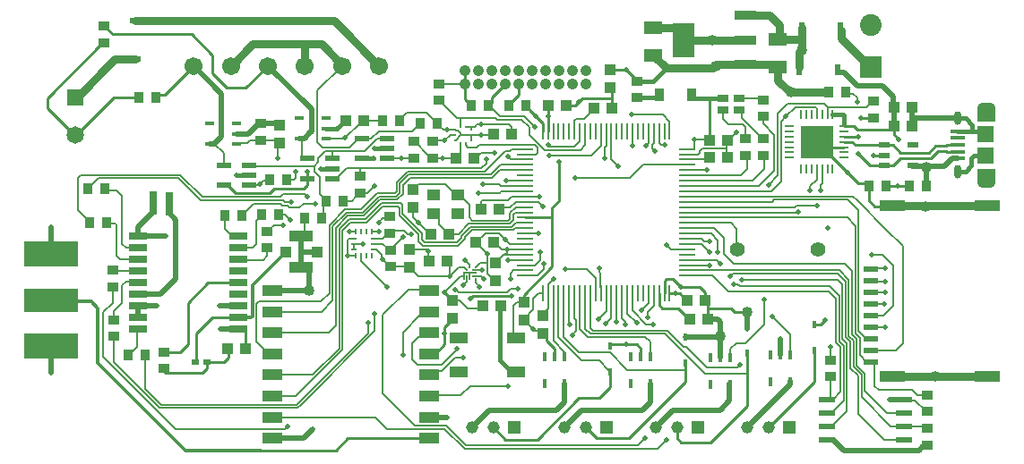
<source format=gbr>
%TF.GenerationSoftware,KiCad,Pcbnew,(6.0.10)*%
%TF.CreationDate,2023-01-06T17:42:40-07:00*%
%TF.ProjectId,Flight-Computer,466c6967-6874-42d4-936f-6d7075746572,1.0*%
%TF.SameCoordinates,Original*%
%TF.FileFunction,Copper,L1,Top*%
%TF.FilePolarity,Positive*%
%FSLAX46Y46*%
G04 Gerber Fmt 4.6, Leading zero omitted, Abs format (unit mm)*
G04 Created by KiCad (PCBNEW (6.0.10)) date 2023-01-06 17:42:40*
%MOMM*%
%LPD*%
G01*
G04 APERTURE LIST*
%TA.AperFunction,EtchedComponent*%
%ADD10C,0.001000*%
%TD*%
%TA.AperFunction,SMDPad,CuDef*%
%ADD11R,0.940000X1.020000*%
%TD*%
%TA.AperFunction,SMDPad,CuDef*%
%ADD12R,1.020000X0.940000*%
%TD*%
%TA.AperFunction,SMDPad,CuDef*%
%ADD13R,0.650000X2.200000*%
%TD*%
%TA.AperFunction,SMDPad,CuDef*%
%ADD14R,0.650000X2.300000*%
%TD*%
%TA.AperFunction,SMDPad,CuDef*%
%ADD15R,1.000000X0.800000*%
%TD*%
%TA.AperFunction,SMDPad,CuDef*%
%ADD16R,0.355600X0.647700*%
%TD*%
%TA.AperFunction,SMDPad,CuDef*%
%ADD17R,1.320800X0.558800*%
%TD*%
%TA.AperFunction,SMDPad,CuDef*%
%ADD18R,5.080000X2.286000*%
%TD*%
%TA.AperFunction,SMDPad,CuDef*%
%ADD19R,5.080000X2.413000*%
%TD*%
%TA.AperFunction,SMDPad,CuDef*%
%ADD20R,1.100000X1.000000*%
%TD*%
%TA.AperFunction,ComponentPad*%
%ADD21C,1.066800*%
%TD*%
%TA.AperFunction,ComponentPad*%
%ADD22R,1.150000X1.150000*%
%TD*%
%TA.AperFunction,ComponentPad*%
%ADD23C,1.150000*%
%TD*%
%TA.AperFunction,SMDPad,CuDef*%
%ADD24R,2.150000X0.950000*%
%TD*%
%TA.AperFunction,SMDPad,CuDef*%
%ADD25R,2.150000X3.250000*%
%TD*%
%TA.AperFunction,ComponentPad*%
%ADD26C,1.408000*%
%TD*%
%TA.AperFunction,SMDPad,CuDef*%
%ADD27R,1.000000X1.100000*%
%TD*%
%TA.AperFunction,SMDPad,CuDef*%
%ADD28R,0.406400X0.952500*%
%TD*%
%TA.AperFunction,SMDPad,CuDef*%
%ADD29R,1.950000X1.050000*%
%TD*%
%TA.AperFunction,SMDPad,CuDef*%
%ADD30R,0.584200X1.041400*%
%TD*%
%TA.AperFunction,SMDPad,CuDef*%
%ADD31R,1.560000X0.280000*%
%TD*%
%TA.AperFunction,SMDPad,CuDef*%
%ADD32R,0.280000X1.560000*%
%TD*%
%TA.AperFunction,SMDPad,CuDef*%
%ADD33R,0.952500X0.406400*%
%TD*%
%TA.AperFunction,ComponentPad*%
%ADD34R,2.050000X2.050000*%
%TD*%
%TA.AperFunction,ComponentPad*%
%ADD35C,2.050000*%
%TD*%
%TA.AperFunction,SMDPad,CuDef*%
%ADD36R,1.778000X1.270000*%
%TD*%
%TA.AperFunction,SMDPad,CuDef*%
%ADD37R,1.041400X0.584200*%
%TD*%
%TA.AperFunction,SMDPad,CuDef*%
%ADD38R,0.979300X0.558800*%
%TD*%
%TA.AperFunction,SMDPad,CuDef*%
%ADD39R,1.000000X1.000000*%
%TD*%
%TA.AperFunction,SMDPad,CuDef*%
%ADD40R,2.200000X1.050000*%
%TD*%
%TA.AperFunction,SMDPad,CuDef*%
%ADD41R,1.350000X0.400000*%
%TD*%
%TA.AperFunction,SMDPad,CuDef*%
%ADD42R,1.550000X1.500000*%
%TD*%
%TA.AperFunction,ComponentPad*%
%ADD43O,0.650000X1.300000*%
%TD*%
%TA.AperFunction,ComponentPad*%
%ADD44O,1.550000X0.775000*%
%TD*%
%TA.AperFunction,SMDPad,CuDef*%
%ADD45R,1.400000X0.620000*%
%TD*%
%TA.AperFunction,SMDPad,CuDef*%
%ADD46R,2.400000X1.100000*%
%TD*%
%TA.AperFunction,SMDPad,CuDef*%
%ADD47R,1.700000X0.990600*%
%TD*%
%TA.AperFunction,ComponentPad*%
%ADD48C,1.701800*%
%TD*%
%TA.AperFunction,SMDPad,CuDef*%
%ADD49R,0.685800X0.609600*%
%TD*%
%TA.AperFunction,SMDPad,CuDef*%
%ADD50R,1.800000X0.700000*%
%TD*%
%TA.AperFunction,SMDPad,CuDef*%
%ADD51R,1.800000X0.800000*%
%TD*%
%TA.AperFunction,SMDPad,CuDef*%
%ADD52R,0.250000X0.275000*%
%TD*%
%TA.AperFunction,SMDPad,CuDef*%
%ADD53R,0.275000X0.250000*%
%TD*%
%TA.AperFunction,SMDPad,CuDef*%
%ADD54R,0.900000X0.254000*%
%TD*%
%TA.AperFunction,SMDPad,CuDef*%
%ADD55R,0.254000X0.900000*%
%TD*%
%TA.AperFunction,SMDPad,CuDef*%
%ADD56R,3.100000X3.100000*%
%TD*%
%TA.AperFunction,ComponentPad*%
%ADD57R,1.650000X1.650000*%
%TD*%
%TA.AperFunction,ComponentPad*%
%ADD58C,1.650000*%
%TD*%
%TA.AperFunction,SMDPad,CuDef*%
%ADD59R,0.254000X0.482600*%
%TD*%
%TA.AperFunction,SMDPad,CuDef*%
%ADD60R,0.482600X0.254000*%
%TD*%
%TA.AperFunction,SMDPad,CuDef*%
%ADD61R,1.524000X0.558800*%
%TD*%
%TA.AperFunction,SMDPad,CuDef*%
%ADD62R,0.965200X1.295400*%
%TD*%
%TA.AperFunction,SMDPad,CuDef*%
%ADD63C,0.200000*%
%TD*%
%TA.AperFunction,SMDPad,CuDef*%
%ADD64R,1.300000X1.100000*%
%TD*%
%TA.AperFunction,ViaPad*%
%ADD65C,0.500000*%
%TD*%
%TA.AperFunction,ViaPad*%
%ADD66C,1.016000*%
%TD*%
%TA.AperFunction,Conductor*%
%ADD67C,0.254000*%
%TD*%
%TA.AperFunction,Conductor*%
%ADD68C,0.177800*%
%TD*%
%TA.AperFunction,Conductor*%
%ADD69C,0.762000*%
%TD*%
%TA.AperFunction,Conductor*%
%ADD70C,0.508000*%
%TD*%
%TA.AperFunction,Conductor*%
%ADD71C,0.381000*%
%TD*%
%TA.AperFunction,Conductor*%
%ADD72C,0.127000*%
%TD*%
%TA.AperFunction,Conductor*%
%ADD73C,0.266700*%
%TD*%
%TA.AperFunction,Conductor*%
%ADD74C,0.313738*%
%TD*%
G04 APERTURE END LIST*
%TO.C,P8*%
G36*
X185407600Y-75412000D02*
G01*
X185207600Y-75412000D01*
X185207600Y-75400000D01*
X185206600Y-75387000D01*
X185202600Y-75361000D01*
X185199600Y-75348000D01*
X185195600Y-75336000D01*
X185180600Y-75300000D01*
X185174600Y-75288000D01*
X185167600Y-75277000D01*
X185159600Y-75267000D01*
X185152600Y-75256000D01*
X185143600Y-75246000D01*
X185125600Y-75228000D01*
X185115600Y-75219000D01*
X185104600Y-75212000D01*
X185094600Y-75204000D01*
X185083600Y-75197000D01*
X185071600Y-75191000D01*
X185035600Y-75176000D01*
X185023600Y-75172000D01*
X185010600Y-75169000D01*
X184984600Y-75165000D01*
X184971600Y-75164000D01*
X184294600Y-75164000D01*
X184281600Y-75165000D01*
X184255600Y-75169000D01*
X184242600Y-75173000D01*
X184230600Y-75176000D01*
X184217600Y-75181000D01*
X184205600Y-75186000D01*
X184194600Y-75191000D01*
X184182600Y-75197000D01*
X184171600Y-75204000D01*
X184160600Y-75212000D01*
X184140600Y-75228000D01*
X184130600Y-75237000D01*
X184121600Y-75247000D01*
X184105600Y-75267000D01*
X184097600Y-75278000D01*
X184090600Y-75289000D01*
X184084600Y-75301000D01*
X184079600Y-75312000D01*
X184074600Y-75324000D01*
X184069600Y-75337000D01*
X184066600Y-75349000D01*
X184062600Y-75362000D01*
X184058600Y-75388000D01*
X184057600Y-75401000D01*
X184057600Y-75427000D01*
X184058600Y-75440000D01*
X184062600Y-75466000D01*
X184066600Y-75479000D01*
X184069600Y-75491000D01*
X184074600Y-75504000D01*
X184079600Y-75516000D01*
X184084600Y-75527000D01*
X184090600Y-75539000D01*
X184097600Y-75550000D01*
X184105600Y-75561000D01*
X184121600Y-75581000D01*
X184130600Y-75591000D01*
X184140600Y-75600000D01*
X184160600Y-75616000D01*
X184171600Y-75624000D01*
X184182600Y-75631000D01*
X184194600Y-75637000D01*
X184205600Y-75642000D01*
X184217600Y-75647000D01*
X184230600Y-75652000D01*
X184242600Y-75655000D01*
X184255600Y-75659000D01*
X184281600Y-75663000D01*
X184294600Y-75664000D01*
X184971600Y-75664000D01*
X184984600Y-75663000D01*
X185010600Y-75659000D01*
X185023600Y-75656000D01*
X185035600Y-75652000D01*
X185071600Y-75637000D01*
X185083600Y-75631000D01*
X185094600Y-75624000D01*
X185104600Y-75616000D01*
X185115600Y-75609000D01*
X185125600Y-75600000D01*
X185143600Y-75582000D01*
X185152600Y-75572000D01*
X185159600Y-75561000D01*
X185167600Y-75551000D01*
X185174600Y-75540000D01*
X185180600Y-75528000D01*
X185195600Y-75492000D01*
X185199600Y-75480000D01*
X185202600Y-75467000D01*
X185206600Y-75441000D01*
X185207600Y-75428000D01*
X185207600Y-75416000D01*
X185407600Y-75416000D01*
X185406600Y-75441000D01*
X185404600Y-75467000D01*
X185401600Y-75493000D01*
X185396600Y-75519000D01*
X185390600Y-75544000D01*
X185383600Y-75569000D01*
X185374600Y-75594000D01*
X185364600Y-75618000D01*
X185353600Y-75642000D01*
X185340600Y-75665000D01*
X185327600Y-75687000D01*
X185312600Y-75708000D01*
X185296600Y-75729000D01*
X185279600Y-75749000D01*
X185261600Y-75768000D01*
X185242600Y-75786000D01*
X185222600Y-75803000D01*
X185201600Y-75819000D01*
X185180600Y-75834000D01*
X185158600Y-75847000D01*
X185135600Y-75860000D01*
X185111600Y-75871000D01*
X185087600Y-75881000D01*
X185062600Y-75890000D01*
X185037600Y-75897000D01*
X185012600Y-75903000D01*
X184986600Y-75908000D01*
X184960600Y-75911000D01*
X184934600Y-75913000D01*
X184907600Y-75914000D01*
X184357600Y-75914000D01*
X184331600Y-75913000D01*
X184305600Y-75911000D01*
X184279600Y-75908000D01*
X184253600Y-75903000D01*
X184228600Y-75897000D01*
X184202600Y-75890000D01*
X184178600Y-75881000D01*
X184154600Y-75871000D01*
X184130600Y-75860000D01*
X184107600Y-75847000D01*
X184063600Y-75819000D01*
X184042600Y-75803000D01*
X184022600Y-75786000D01*
X184003600Y-75768000D01*
X183985600Y-75749000D01*
X183968600Y-75729000D01*
X183952600Y-75708000D01*
X183924600Y-75664000D01*
X183911600Y-75641000D01*
X183900600Y-75617000D01*
X183890600Y-75593000D01*
X183881600Y-75569000D01*
X183874600Y-75543000D01*
X183868600Y-75518000D01*
X183863600Y-75492000D01*
X183860600Y-75466000D01*
X183858600Y-75440000D01*
X183857600Y-75414000D01*
X183857600Y-74219000D01*
X183852600Y-74219000D01*
X183852600Y-74214000D01*
X185407600Y-74214000D01*
X185407600Y-75412000D01*
G37*
D10*
X185407600Y-75412000D02*
X185207600Y-75412000D01*
X185207600Y-75400000D01*
X185206600Y-75387000D01*
X185202600Y-75361000D01*
X185199600Y-75348000D01*
X185195600Y-75336000D01*
X185180600Y-75300000D01*
X185174600Y-75288000D01*
X185167600Y-75277000D01*
X185159600Y-75267000D01*
X185152600Y-75256000D01*
X185143600Y-75246000D01*
X185125600Y-75228000D01*
X185115600Y-75219000D01*
X185104600Y-75212000D01*
X185094600Y-75204000D01*
X185083600Y-75197000D01*
X185071600Y-75191000D01*
X185035600Y-75176000D01*
X185023600Y-75172000D01*
X185010600Y-75169000D01*
X184984600Y-75165000D01*
X184971600Y-75164000D01*
X184294600Y-75164000D01*
X184281600Y-75165000D01*
X184255600Y-75169000D01*
X184242600Y-75173000D01*
X184230600Y-75176000D01*
X184217600Y-75181000D01*
X184205600Y-75186000D01*
X184194600Y-75191000D01*
X184182600Y-75197000D01*
X184171600Y-75204000D01*
X184160600Y-75212000D01*
X184140600Y-75228000D01*
X184130600Y-75237000D01*
X184121600Y-75247000D01*
X184105600Y-75267000D01*
X184097600Y-75278000D01*
X184090600Y-75289000D01*
X184084600Y-75301000D01*
X184079600Y-75312000D01*
X184074600Y-75324000D01*
X184069600Y-75337000D01*
X184066600Y-75349000D01*
X184062600Y-75362000D01*
X184058600Y-75388000D01*
X184057600Y-75401000D01*
X184057600Y-75427000D01*
X184058600Y-75440000D01*
X184062600Y-75466000D01*
X184066600Y-75479000D01*
X184069600Y-75491000D01*
X184074600Y-75504000D01*
X184079600Y-75516000D01*
X184084600Y-75527000D01*
X184090600Y-75539000D01*
X184097600Y-75550000D01*
X184105600Y-75561000D01*
X184121600Y-75581000D01*
X184130600Y-75591000D01*
X184140600Y-75600000D01*
X184160600Y-75616000D01*
X184171600Y-75624000D01*
X184182600Y-75631000D01*
X184194600Y-75637000D01*
X184205600Y-75642000D01*
X184217600Y-75647000D01*
X184230600Y-75652000D01*
X184242600Y-75655000D01*
X184255600Y-75659000D01*
X184281600Y-75663000D01*
X184294600Y-75664000D01*
X184971600Y-75664000D01*
X184984600Y-75663000D01*
X185010600Y-75659000D01*
X185023600Y-75656000D01*
X185035600Y-75652000D01*
X185071600Y-75637000D01*
X185083600Y-75631000D01*
X185094600Y-75624000D01*
X185104600Y-75616000D01*
X185115600Y-75609000D01*
X185125600Y-75600000D01*
X185143600Y-75582000D01*
X185152600Y-75572000D01*
X185159600Y-75561000D01*
X185167600Y-75551000D01*
X185174600Y-75540000D01*
X185180600Y-75528000D01*
X185195600Y-75492000D01*
X185199600Y-75480000D01*
X185202600Y-75467000D01*
X185206600Y-75441000D01*
X185207600Y-75428000D01*
X185207600Y-75416000D01*
X185407600Y-75416000D01*
X185406600Y-75441000D01*
X185404600Y-75467000D01*
X185401600Y-75493000D01*
X185396600Y-75519000D01*
X185390600Y-75544000D01*
X185383600Y-75569000D01*
X185374600Y-75594000D01*
X185364600Y-75618000D01*
X185353600Y-75642000D01*
X185340600Y-75665000D01*
X185327600Y-75687000D01*
X185312600Y-75708000D01*
X185296600Y-75729000D01*
X185279600Y-75749000D01*
X185261600Y-75768000D01*
X185242600Y-75786000D01*
X185222600Y-75803000D01*
X185201600Y-75819000D01*
X185180600Y-75834000D01*
X185158600Y-75847000D01*
X185135600Y-75860000D01*
X185111600Y-75871000D01*
X185087600Y-75881000D01*
X185062600Y-75890000D01*
X185037600Y-75897000D01*
X185012600Y-75903000D01*
X184986600Y-75908000D01*
X184960600Y-75911000D01*
X184934600Y-75913000D01*
X184907600Y-75914000D01*
X184357600Y-75914000D01*
X184331600Y-75913000D01*
X184305600Y-75911000D01*
X184279600Y-75908000D01*
X184253600Y-75903000D01*
X184228600Y-75897000D01*
X184202600Y-75890000D01*
X184178600Y-75881000D01*
X184154600Y-75871000D01*
X184130600Y-75860000D01*
X184107600Y-75847000D01*
X184063600Y-75819000D01*
X184042600Y-75803000D01*
X184022600Y-75786000D01*
X184003600Y-75768000D01*
X183985600Y-75749000D01*
X183968600Y-75729000D01*
X183952600Y-75708000D01*
X183924600Y-75664000D01*
X183911600Y-75641000D01*
X183900600Y-75617000D01*
X183890600Y-75593000D01*
X183881600Y-75569000D01*
X183874600Y-75543000D01*
X183868600Y-75518000D01*
X183863600Y-75492000D01*
X183860600Y-75466000D01*
X183858600Y-75440000D01*
X183857600Y-75414000D01*
X183857600Y-74219000D01*
X183852600Y-74219000D01*
X183852600Y-74214000D01*
X185407600Y-74214000D01*
X185407600Y-75412000D01*
G36*
X184933600Y-67915000D02*
G01*
X184959600Y-67917000D01*
X184985600Y-67920000D01*
X185011600Y-67925000D01*
X185036600Y-67931000D01*
X185062600Y-67938000D01*
X185086600Y-67947000D01*
X185110600Y-67957000D01*
X185134600Y-67968000D01*
X185157600Y-67981000D01*
X185201600Y-68009000D01*
X185222600Y-68025000D01*
X185242600Y-68042000D01*
X185261600Y-68060000D01*
X185279600Y-68079000D01*
X185296600Y-68099000D01*
X185312600Y-68120000D01*
X185340600Y-68164000D01*
X185353600Y-68187000D01*
X185364600Y-68211000D01*
X185374600Y-68235000D01*
X185383600Y-68259000D01*
X185390600Y-68285000D01*
X185396600Y-68310000D01*
X185401600Y-68336000D01*
X185404600Y-68362000D01*
X185406600Y-68388000D01*
X185407600Y-68414000D01*
X185407600Y-69609000D01*
X185412600Y-69609000D01*
X185412600Y-69614000D01*
X183857600Y-69614000D01*
X183857600Y-68416000D01*
X184057600Y-68416000D01*
X184057600Y-68428000D01*
X184058600Y-68441000D01*
X184062600Y-68467000D01*
X184065600Y-68480000D01*
X184069600Y-68492000D01*
X184084600Y-68528000D01*
X184090600Y-68540000D01*
X184097600Y-68551000D01*
X184105600Y-68561000D01*
X184112600Y-68572000D01*
X184121600Y-68582000D01*
X184139600Y-68600000D01*
X184149600Y-68609000D01*
X184160600Y-68616000D01*
X184170600Y-68624000D01*
X184181600Y-68631000D01*
X184193600Y-68637000D01*
X184229600Y-68652000D01*
X184241600Y-68656000D01*
X184254600Y-68659000D01*
X184280600Y-68663000D01*
X184293600Y-68664000D01*
X184970600Y-68664000D01*
X184983600Y-68663000D01*
X185009600Y-68659000D01*
X185022600Y-68655000D01*
X185034600Y-68652000D01*
X185047600Y-68647000D01*
X185059600Y-68642000D01*
X185070600Y-68637000D01*
X185082600Y-68631000D01*
X185093600Y-68624000D01*
X185104600Y-68616000D01*
X185124600Y-68600000D01*
X185134600Y-68591000D01*
X185143600Y-68581000D01*
X185159600Y-68561000D01*
X185167600Y-68550000D01*
X185174600Y-68539000D01*
X185180600Y-68527000D01*
X185185600Y-68516000D01*
X185190600Y-68504000D01*
X185195600Y-68491000D01*
X185198600Y-68479000D01*
X185202600Y-68466000D01*
X185206600Y-68440000D01*
X185207600Y-68427000D01*
X185207600Y-68401000D01*
X185206600Y-68388000D01*
X185202600Y-68362000D01*
X185198600Y-68349000D01*
X185195600Y-68337000D01*
X185190600Y-68324000D01*
X185185600Y-68312000D01*
X185180600Y-68301000D01*
X185174600Y-68289000D01*
X185167600Y-68278000D01*
X185159600Y-68267000D01*
X185143600Y-68247000D01*
X185134600Y-68237000D01*
X185124600Y-68228000D01*
X185104600Y-68212000D01*
X185093600Y-68204000D01*
X185082600Y-68197000D01*
X185070600Y-68191000D01*
X185059600Y-68186000D01*
X185047600Y-68181000D01*
X185034600Y-68176000D01*
X185022600Y-68173000D01*
X185009600Y-68169000D01*
X184983600Y-68165000D01*
X184970600Y-68164000D01*
X184293600Y-68164000D01*
X184280600Y-68165000D01*
X184254600Y-68169000D01*
X184241600Y-68172000D01*
X184229600Y-68176000D01*
X184193600Y-68191000D01*
X184181600Y-68197000D01*
X184170600Y-68204000D01*
X184160600Y-68212000D01*
X184149600Y-68219000D01*
X184139600Y-68228000D01*
X184121600Y-68246000D01*
X184112600Y-68256000D01*
X184105600Y-68267000D01*
X184097600Y-68277000D01*
X184090600Y-68288000D01*
X184084600Y-68300000D01*
X184069600Y-68336000D01*
X184065600Y-68348000D01*
X184062600Y-68361000D01*
X184058600Y-68387000D01*
X184057600Y-68400000D01*
X184057600Y-68412000D01*
X183857600Y-68412000D01*
X183858600Y-68387000D01*
X183860600Y-68361000D01*
X183863600Y-68335000D01*
X183868600Y-68309000D01*
X183874600Y-68284000D01*
X183881600Y-68259000D01*
X183890600Y-68234000D01*
X183900600Y-68210000D01*
X183911600Y-68186000D01*
X183924600Y-68163000D01*
X183937600Y-68141000D01*
X183952600Y-68120000D01*
X183968600Y-68099000D01*
X183985600Y-68079000D01*
X184003600Y-68060000D01*
X184022600Y-68042000D01*
X184042600Y-68025000D01*
X184063600Y-68009000D01*
X184084600Y-67994000D01*
X184106600Y-67981000D01*
X184129600Y-67968000D01*
X184153600Y-67957000D01*
X184177600Y-67947000D01*
X184202600Y-67938000D01*
X184227600Y-67931000D01*
X184252600Y-67925000D01*
X184278600Y-67920000D01*
X184304600Y-67917000D01*
X184330600Y-67915000D01*
X184357600Y-67914000D01*
X184907600Y-67914000D01*
X184933600Y-67915000D01*
G37*
X184933600Y-67915000D02*
X184959600Y-67917000D01*
X184985600Y-67920000D01*
X185011600Y-67925000D01*
X185036600Y-67931000D01*
X185062600Y-67938000D01*
X185086600Y-67947000D01*
X185110600Y-67957000D01*
X185134600Y-67968000D01*
X185157600Y-67981000D01*
X185201600Y-68009000D01*
X185222600Y-68025000D01*
X185242600Y-68042000D01*
X185261600Y-68060000D01*
X185279600Y-68079000D01*
X185296600Y-68099000D01*
X185312600Y-68120000D01*
X185340600Y-68164000D01*
X185353600Y-68187000D01*
X185364600Y-68211000D01*
X185374600Y-68235000D01*
X185383600Y-68259000D01*
X185390600Y-68285000D01*
X185396600Y-68310000D01*
X185401600Y-68336000D01*
X185404600Y-68362000D01*
X185406600Y-68388000D01*
X185407600Y-68414000D01*
X185407600Y-69609000D01*
X185412600Y-69609000D01*
X185412600Y-69614000D01*
X183857600Y-69614000D01*
X183857600Y-68416000D01*
X184057600Y-68416000D01*
X184057600Y-68428000D01*
X184058600Y-68441000D01*
X184062600Y-68467000D01*
X184065600Y-68480000D01*
X184069600Y-68492000D01*
X184084600Y-68528000D01*
X184090600Y-68540000D01*
X184097600Y-68551000D01*
X184105600Y-68561000D01*
X184112600Y-68572000D01*
X184121600Y-68582000D01*
X184139600Y-68600000D01*
X184149600Y-68609000D01*
X184160600Y-68616000D01*
X184170600Y-68624000D01*
X184181600Y-68631000D01*
X184193600Y-68637000D01*
X184229600Y-68652000D01*
X184241600Y-68656000D01*
X184254600Y-68659000D01*
X184280600Y-68663000D01*
X184293600Y-68664000D01*
X184970600Y-68664000D01*
X184983600Y-68663000D01*
X185009600Y-68659000D01*
X185022600Y-68655000D01*
X185034600Y-68652000D01*
X185047600Y-68647000D01*
X185059600Y-68642000D01*
X185070600Y-68637000D01*
X185082600Y-68631000D01*
X185093600Y-68624000D01*
X185104600Y-68616000D01*
X185124600Y-68600000D01*
X185134600Y-68591000D01*
X185143600Y-68581000D01*
X185159600Y-68561000D01*
X185167600Y-68550000D01*
X185174600Y-68539000D01*
X185180600Y-68527000D01*
X185185600Y-68516000D01*
X185190600Y-68504000D01*
X185195600Y-68491000D01*
X185198600Y-68479000D01*
X185202600Y-68466000D01*
X185206600Y-68440000D01*
X185207600Y-68427000D01*
X185207600Y-68401000D01*
X185206600Y-68388000D01*
X185202600Y-68362000D01*
X185198600Y-68349000D01*
X185195600Y-68337000D01*
X185190600Y-68324000D01*
X185185600Y-68312000D01*
X185180600Y-68301000D01*
X185174600Y-68289000D01*
X185167600Y-68278000D01*
X185159600Y-68267000D01*
X185143600Y-68247000D01*
X185134600Y-68237000D01*
X185124600Y-68228000D01*
X185104600Y-68212000D01*
X185093600Y-68204000D01*
X185082600Y-68197000D01*
X185070600Y-68191000D01*
X185059600Y-68186000D01*
X185047600Y-68181000D01*
X185034600Y-68176000D01*
X185022600Y-68173000D01*
X185009600Y-68169000D01*
X184983600Y-68165000D01*
X184970600Y-68164000D01*
X184293600Y-68164000D01*
X184280600Y-68165000D01*
X184254600Y-68169000D01*
X184241600Y-68172000D01*
X184229600Y-68176000D01*
X184193600Y-68191000D01*
X184181600Y-68197000D01*
X184170600Y-68204000D01*
X184160600Y-68212000D01*
X184149600Y-68219000D01*
X184139600Y-68228000D01*
X184121600Y-68246000D01*
X184112600Y-68256000D01*
X184105600Y-68267000D01*
X184097600Y-68277000D01*
X184090600Y-68288000D01*
X184084600Y-68300000D01*
X184069600Y-68336000D01*
X184065600Y-68348000D01*
X184062600Y-68361000D01*
X184058600Y-68387000D01*
X184057600Y-68400000D01*
X184057600Y-68412000D01*
X183857600Y-68412000D01*
X183858600Y-68387000D01*
X183860600Y-68361000D01*
X183863600Y-68335000D01*
X183868600Y-68309000D01*
X183874600Y-68284000D01*
X183881600Y-68259000D01*
X183890600Y-68234000D01*
X183900600Y-68210000D01*
X183911600Y-68186000D01*
X183924600Y-68163000D01*
X183937600Y-68141000D01*
X183952600Y-68120000D01*
X183968600Y-68099000D01*
X183985600Y-68079000D01*
X184003600Y-68060000D01*
X184022600Y-68042000D01*
X184042600Y-68025000D01*
X184063600Y-68009000D01*
X184084600Y-67994000D01*
X184106600Y-67981000D01*
X184129600Y-67968000D01*
X184153600Y-67957000D01*
X184177600Y-67947000D01*
X184202600Y-67938000D01*
X184227600Y-67931000D01*
X184252600Y-67925000D01*
X184278600Y-67920000D01*
X184304600Y-67917000D01*
X184330600Y-67915000D01*
X184357600Y-67914000D01*
X184907600Y-67914000D01*
X184933600Y-67915000D01*
%TD*%
D11*
%TO.P,R36,1*%
%TO.N,Earth*%
X104620000Y-67386200D03*
%TO.P,R36,2*%
%TO.N,Net-(P9-Pad6)*%
X106200000Y-67386200D03*
%TD*%
D12*
%TO.P,R35,1*%
%TO.N,Earth*%
X101269800Y-62258000D03*
%TO.P,R35,2*%
%TO.N,Net-(P9-Pad4)*%
X101269800Y-60678000D03*
%TD*%
D13*
%TO.P,BT1,1,+*%
%TO.N,/Navigation and Control/3V_BAK*%
X107430000Y-77462000D03*
D14*
%TO.P,BT1,2,-*%
%TO.N,Earth*%
X105930000Y-77412000D03*
%TD*%
D12*
%TO.P,R33,1*%
%TO.N,~{MAIN_CONT}*%
X125476000Y-74902000D03*
%TO.P,R33,2*%
%TO.N,3.3V*%
X125476000Y-76482000D03*
%TD*%
D15*
%TO.P,D1,1*%
%TO.N,3.3V*%
X159778000Y-67522000D03*
%TO.P,D1,2*%
%TO.N,Net-(D1-Pad2)*%
X161278000Y-67522000D03*
%TO.P,D1,3*%
%TO.N,Net-(D1-Pad3)*%
X161278000Y-68622000D03*
%TO.P,D1,4*%
%TO.N,Net-(D1-Pad4)*%
X159778000Y-68622000D03*
%TD*%
D16*
%TO.P,D6,1,1*%
%TO.N,MOTOR1_PWM*%
X168402000Y-91395550D03*
%TO.P,D6,2,2*%
%TO.N,Earth*%
X168402000Y-88944450D03*
%TD*%
D17*
%TO.P,U11,1*%
%TO.N,~{DROGUE_CONT}*%
X114985800Y-75753001D03*
%TO.P,U11,2,V-*%
%TO.N,Earth*%
X114985800Y-74803000D03*
%TO.P,U11,3,-*%
%TO.N,VCOMP*%
X114985800Y-73852999D03*
%TO.P,U11,4,+*%
%TO.N,Net-(P9-Pad6)*%
X112598200Y-73852999D03*
%TO.P,U11,5,V+*%
%TO.N,VIN*%
X112598200Y-75753001D03*
%TD*%
D18*
%TO.P,AE2,1,A*%
%TO.N,Net-(AE2-Pad1)*%
X96304100Y-86614000D03*
D19*
%TO.P,AE2,2,Shield*%
%TO.N,Earth*%
X96304100Y-90995500D03*
X96304100Y-82232500D03*
%TD*%
D20*
%TO.P,C7,1*%
%TO.N,3.3V*%
X144995000Y-68199000D03*
%TO.P,C7,2*%
%TO.N,Earth*%
X143295000Y-68199000D03*
%TD*%
D12*
%TO.P,R9,1*%
%TO.N,SCL*%
X128397000Y-81887000D03*
%TO.P,R9,2*%
%TO.N,3.3V*%
X128397000Y-83467000D03*
%TD*%
D21*
%TO.P,P3,1,1*%
%TO.N,3.3V*%
X135382000Y-66178050D03*
%TO.P,P3,2,2*%
X135382000Y-64908050D03*
%TO.P,P3,3,3*%
%TO.N,Earth*%
X136652000Y-66178050D03*
%TO.P,P3,4,4*%
X136652000Y-64908050D03*
%TO.P,P3,5,5*%
X137922000Y-66178050D03*
%TO.P,P3,6,6*%
X137922000Y-64908050D03*
%TO.P,P3,7,7*%
%TO.N,SWDIO*%
X139192000Y-66178050D03*
%TO.P,P3,8,8*%
%TO.N,Earth*%
X139192000Y-64908050D03*
%TO.P,P3,9,9*%
%TO.N,SWCLK*%
X140462000Y-66178050D03*
%TO.P,P3,10,10*%
%TO.N,Earth*%
X140462000Y-64908050D03*
%TO.P,P3,11,11*%
%TO.N,unconnected-(P3-Pad11)*%
X141732000Y-66178050D03*
%TO.P,P3,12,12*%
%TO.N,Earth*%
X141732000Y-64908050D03*
%TO.P,P3,13,13*%
%TO.N,SWO*%
X143002000Y-66178050D03*
%TO.P,P3,14,14*%
%TO.N,Earth*%
X143002000Y-64908050D03*
%TO.P,P3,15,15*%
%TO.N,NRST*%
X144272000Y-66178050D03*
%TO.P,P3,16,16*%
%TO.N,Earth*%
X144272000Y-64908050D03*
%TO.P,P3,17,17*%
%TO.N,unconnected-(P3-Pad17)*%
X145542000Y-66178050D03*
%TO.P,P3,18,18*%
%TO.N,Earth*%
X145542000Y-64908050D03*
%TO.P,P3,19,19*%
%TO.N,unconnected-(P3-Pad19)*%
X146812000Y-66178050D03*
%TO.P,P3,20,20*%
%TO.N,Earth*%
X146812000Y-64908050D03*
%TD*%
D22*
%TO.P,P7,1,+12V*%
%TO.N,VIN*%
X140081000Y-98679000D03*
D23*
%TO.P,P7,2,GND*%
%TO.N,MOTOR4_PWM*%
X138074000Y-98679000D03*
%TO.P,P7,3,3*%
%TO.N,Net-(P7-Pad3)*%
X136068000Y-98679000D03*
%TD*%
D24*
%TO.P,U2,1,GND*%
%TO.N,Earth*%
X161883000Y-64276000D03*
D25*
%TO.P,U2,2,VOUT*%
%TO.N,3.3V*%
X156083000Y-61976000D03*
D24*
X161883000Y-61976000D03*
%TO.P,U2,3,VIN*%
%TO.N,VIN*%
X161883000Y-59676000D03*
%TD*%
D26*
%TO.P,BZ1,1,-*%
%TO.N,BEEP*%
X161122200Y-81788000D03*
%TO.P,BZ1,2,+*%
%TO.N,Earth*%
X168722200Y-81788000D03*
%TD*%
D20*
%TO.P,J1,1,A*%
%TO.N,3.3V*%
X149313000Y-68453000D03*
%TO.P,J1,2,B*%
%TO.N,BOOT*%
X147613000Y-68453000D03*
%TD*%
D27*
%TO.P,C4,1*%
%TO.N,3.3V*%
X142748000Y-88050000D03*
%TO.P,C4,2*%
%TO.N,Earth*%
X142748000Y-89750000D03*
%TD*%
D11*
%TO.P,R32,1*%
%TO.N,Earth*%
X129187000Y-69596000D03*
%TO.P,R32,2*%
%TO.N,MAIN*%
X127607000Y-69596000D03*
%TD*%
D16*
%TO.P,D8,1,1*%
%TO.N,MOTOR2_PWM*%
X156210000Y-92538550D03*
%TO.P,D8,2,2*%
%TO.N,Earth*%
X156210000Y-90087450D03*
%TD*%
D28*
%TO.P,Q4,1,G*%
%TO.N,MOTOR4_EN*%
X144841001Y-91941650D03*
%TO.P,Q4,2,S*%
%TO.N,Earth*%
X143891000Y-91941650D03*
%TO.P,Q4,3*%
%TO.N,unconnected-(Q4-Pad3)*%
X142940999Y-91941650D03*
%TO.P,Q4,4*%
%TO.N,unconnected-(Q4-Pad4)*%
X142940999Y-94494350D03*
%TO.P,Q4,5,D*%
%TO.N,Net-(P7-Pad3)*%
X144841001Y-94494350D03*
%TD*%
D11*
%TO.P,R22,1*%
%TO.N,Earth*%
X173581000Y-75819000D03*
%TO.P,R22,2*%
%TO.N,USB_DETECT*%
X175161000Y-75819000D03*
%TD*%
D27*
%TO.P,C12,1*%
%TO.N,OSC_IN*%
X130505200Y-76112000D03*
%TO.P,C12,2*%
%TO.N,Earth*%
X130505200Y-77812000D03*
%TD*%
D12*
%TO.P,R31,1*%
%TO.N,Earth*%
X116064000Y-69921000D03*
%TO.P,R31,2*%
%TO.N,DROGUE*%
X116064000Y-71501000D03*
%TD*%
%TO.P,R7,1*%
%TO.N,SDA*%
X128270000Y-80292000D03*
%TO.P,R7,2*%
%TO.N,3.3V*%
X128270000Y-78712000D03*
%TD*%
D27*
%TO.P,C1,1*%
%TO.N,3.3V*%
X149098000Y-66509000D03*
%TO.P,C1,2*%
%TO.N,Earth*%
X149098000Y-64809000D03*
%TD*%
D12*
%TO.P,R23,1*%
%TO.N,Earth*%
X179070000Y-100358000D03*
%TO.P,R23,2*%
%TO.N,FLASH_SCK*%
X179070000Y-98778000D03*
%TD*%
D29*
%TO.P,U7,1,GND*%
%TO.N,Earth*%
X117187000Y-85710000D03*
%TO.P,U7,2,MISO*%
%TO.N,W_MISO*%
X117187000Y-87710000D03*
%TO.P,U7,3,MOSI*%
%TO.N,W_MOSI*%
X117187000Y-89710000D03*
%TO.P,U7,4,SCK*%
%TO.N,W_SCK*%
X117187000Y-91710000D03*
%TO.P,U7,5,NSS*%
%TO.N,W_SS*%
X117187000Y-93710000D03*
%TO.P,U7,6,RESET*%
%TO.N,W_RST*%
X117187000Y-95710000D03*
%TO.P,U7,7,DIO5*%
%TO.N,W_IO5*%
X117187000Y-97710000D03*
%TO.P,U7,8,GND@1*%
%TO.N,Earth*%
X117187000Y-99710000D03*
%TO.P,U7,9,ANT*%
%TO.N,Net-(AE2-Pad1)*%
X131987000Y-99710000D03*
%TO.P,U7,10,GND@2*%
%TO.N,Earth*%
X131987000Y-97710000D03*
%TO.P,U7,11,DIO3*%
%TO.N,W_IO3*%
X131987000Y-95710000D03*
%TO.P,U7,12,DIO4*%
%TO.N,W_IO4*%
X131987000Y-93710000D03*
%TO.P,U7,13,3_3V*%
%TO.N,3.3V*%
X131987000Y-91710000D03*
%TO.P,U7,14,DIO0*%
%TO.N,W_IO0*%
X131987000Y-89710000D03*
%TO.P,U7,15,DIO1*%
%TO.N,W_IO1*%
X131987000Y-87710000D03*
%TO.P,U7,16,DIO2*%
%TO.N,W_IO2*%
X131987000Y-85710000D03*
%TD*%
D11*
%TO.P,R10,1*%
%TO.N,~{GPS_RST}*%
X105184000Y-91821000D03*
%TO.P,R10,2*%
%TO.N,Net-(R10-Pad2)*%
X103604000Y-91821000D03*
%TD*%
D27*
%TO.P,C17,1*%
%TO.N,3.3V*%
X130175000Y-83527000D03*
%TO.P,C17,2*%
%TO.N,Earth*%
X130175000Y-81827000D03*
%TD*%
D12*
%TO.P,R20,1*%
%TO.N,~{FLASH_SS}*%
X169926000Y-93881000D03*
%TO.P,R20,2*%
%TO.N,3.3V*%
X169926000Y-92301000D03*
%TD*%
D30*
%TO.P,D3,1*%
%TO.N,VIN*%
X166941500Y-64770000D03*
%TO.P,D3,2*%
%TO.N,5V*%
X170624500Y-64770000D03*
%TD*%
D12*
%TO.P,R12,1*%
%TO.N,GPS_INT*%
X102235000Y-90071000D03*
%TO.P,R12,2*%
%TO.N,Net-(R12-Pad2)*%
X102235000Y-88491000D03*
%TD*%
D20*
%TO.P,C24,1*%
%TO.N,5V*%
X175934000Y-68326000D03*
%TO.P,C24,2*%
%TO.N,Earth*%
X177634000Y-68326000D03*
%TD*%
D30*
%TO.P,D2,1*%
%TO.N,VIN*%
X167195500Y-60833000D03*
%TO.P,D2,2*%
%TO.N,/PIN_HARN*%
X170878500Y-60833000D03*
%TD*%
D11*
%TO.P,R26,1*%
%TO.N,Earth*%
X169771000Y-66929000D03*
%TO.P,R26,2*%
%TO.N,~{USB_SUSPEND}*%
X171351000Y-66929000D03*
%TD*%
D31*
%TO.P,U1,1,PE2*%
%TO.N,W_SCK*%
X141062400Y-72308200D03*
%TO.P,U1,2,PE3*%
%TO.N,BP_INT*%
X141062400Y-72808200D03*
%TO.P,U1,3,PE4*%
%TO.N,~{MAIN_CONT}*%
X141062400Y-73308200D03*
%TO.P,U1,4,PE5*%
%TO.N,W_MISO*%
X141062400Y-73808200D03*
%TO.P,U1,5,PE6*%
%TO.N,W_MOSI*%
X141062400Y-74308200D03*
%TO.P,U1,6,VBAT*%
%TO.N,unconnected-(U1-Pad6)*%
X141062400Y-74808200D03*
%TO.P,U1,7,PC13*%
%TO.N,DROGUE*%
X141062400Y-75308200D03*
%TO.P,U1,8,PC14*%
%TO.N,~{DROGUE_CONT}*%
X141062400Y-75808200D03*
%TO.P,U1,9,PC15*%
%TO.N,~{GPS_SBOOT}*%
X141062400Y-76308200D03*
%TO.P,U1,10,VSS*%
%TO.N,Earth*%
X141062400Y-76808200D03*
%TO.P,U1,11,VDD*%
%TO.N,3.3V*%
X141062400Y-77308200D03*
%TO.P,U1,12,PH0*%
%TO.N,OSC_IN*%
X141062400Y-77808200D03*
%TO.P,U1,13,PH1*%
%TO.N,OSC_OUT*%
X141062400Y-78308200D03*
%TO.P,U1,14,NRST*%
%TO.N,NRST*%
X141062400Y-78808200D03*
%TO.P,U1,15,PC0*%
%TO.N,W_SS*%
X141062400Y-79308200D03*
%TO.P,U1,16,PC1*%
%TO.N,W_RST*%
X141062400Y-79808200D03*
%TO.P,U1,17,PC2_C*%
%TO.N,IMU_INT1*%
X141062400Y-80308200D03*
%TO.P,U1,18,PC3_C*%
%TO.N,unconnected-(U1-Pad18)*%
X141062400Y-80808200D03*
%TO.P,U1,19,VSSA*%
%TO.N,Earth*%
X141062400Y-81308200D03*
%TO.P,U1,20,VREF+*%
%TO.N,3.3V*%
X141062400Y-81808200D03*
%TO.P,U1,21,VDDA*%
X141062400Y-82308200D03*
%TO.P,U1,22,PA0*%
%TO.N,GPS_RX*%
X141062400Y-82808200D03*
%TO.P,U1,23,PA1*%
%TO.N,GPS_TX*%
X141062400Y-83308200D03*
%TO.P,U1,24,PA2*%
%TO.N,IMU_INT2*%
X141062400Y-83808200D03*
%TO.P,U1,25,PA3*%
%TO.N,GPS_INT*%
X141062400Y-84308200D03*
D32*
%TO.P,U1,26,VSS*%
%TO.N,Earth*%
X142742400Y-85988200D03*
%TO.P,U1,27,VDD*%
%TO.N,3.3V*%
X143242400Y-85988200D03*
%TO.P,U1,28,PA4*%
%TO.N,MOTOR4_EN*%
X143742400Y-85988200D03*
%TO.P,U1,29,PA5*%
%TO.N,MOTOR4_PWM*%
X144242400Y-85988200D03*
%TO.P,U1,30,PA6*%
%TO.N,MOTOR2_PWM*%
X144742400Y-85988200D03*
%TO.P,U1,31,PA7*%
%TO.N,~{GPS_RST}*%
X145242400Y-85988200D03*
%TO.P,U1,32,PC4*%
%TO.N,GPS_TIM*%
X145742400Y-85988200D03*
%TO.P,U1,33,PC5*%
%TO.N,MOTOR2_EN*%
X146242400Y-85988200D03*
%TO.P,U1,34,PB0*%
%TO.N,MOTOR3_PWM*%
X146742400Y-85988200D03*
%TO.P,U1,35,PB1*%
%TO.N,MOTOR1_PWM*%
X147242400Y-85988200D03*
%TO.P,U1,36,PB2*%
%TO.N,MAG_DRDY*%
X147742400Y-85988200D03*
%TO.P,U1,37,PE7*%
%TO.N,MAG_INT*%
X148242400Y-85988200D03*
%TO.P,U1,38,PE8*%
%TO.N,W_IO0*%
X148742400Y-85988200D03*
%TO.P,U1,39,PE9*%
%TO.N,W_IO4*%
X149242400Y-85988200D03*
%TO.P,U1,40,PE10*%
%TO.N,W_IO1*%
X149742400Y-85988200D03*
%TO.P,U1,41,PE11*%
%TO.N,W_IO3*%
X150242400Y-85988200D03*
%TO.P,U1,42,PE12*%
%TO.N,W_IO2*%
X150742400Y-85988200D03*
%TO.P,U1,43,PE13*%
%TO.N,W_IO5*%
X151242400Y-85988200D03*
%TO.P,U1,44,PE14*%
%TO.N,unconnected-(U1-Pad44)*%
X151742400Y-85988200D03*
%TO.P,U1,45,PE15*%
%TO.N,unconnected-(U1-Pad45)*%
X152242400Y-85988200D03*
%TO.P,U1,46,PB10*%
%TO.N,SCL*%
X152742400Y-85988200D03*
%TO.P,U1,47,PB11*%
%TO.N,SDA*%
X153242400Y-85988200D03*
%TO.P,U1,48,VCAP1*%
%TO.N,CAP1*%
X153742400Y-85988200D03*
%TO.P,U1,49,VSS*%
%TO.N,Earth*%
X154242400Y-85988200D03*
%TO.P,U1,50,VDD*%
%TO.N,3.3V*%
X154742400Y-85988200D03*
D31*
%TO.P,U1,51,PB12*%
%TO.N,~{FLASH_SS}*%
X156422400Y-84308200D03*
%TO.P,U1,52,PB13*%
%TO.N,FLASH_SCK*%
X156422400Y-83808200D03*
%TO.P,U1,53,PB14*%
%TO.N,FLASH_MISO*%
X156422400Y-83308200D03*
%TO.P,U1,54,PB15*%
%TO.N,FLASH_MOSI*%
X156422400Y-82808200D03*
%TO.P,U1,55,PD8*%
%TO.N,unconnected-(U1-Pad55)*%
X156422400Y-82308200D03*
%TO.P,U1,56,PD9*%
%TO.N,USB_DETECT*%
X156422400Y-81808200D03*
%TO.P,U1,57,PD10*%
%TO.N,MOTOR3_EN*%
X156422400Y-81308200D03*
%TO.P,U1,58,PD11*%
%TO.N,MOTOR1_EN*%
X156422400Y-80808200D03*
%TO.P,U1,59,PD12*%
%TO.N,~{FLASH_WP}*%
X156422400Y-80308200D03*
%TO.P,U1,60,PD13*%
%TO.N,~{FLASH_HOLD}*%
X156422400Y-79808200D03*
%TO.P,U1,61,PD14*%
%TO.N,BEEP*%
X156422400Y-79308200D03*
%TO.P,U1,62,PD15*%
%TO.N,~{SD_DETECT}*%
X156422400Y-78808200D03*
%TO.P,U1,63,PC6*%
%TO.N,RX_USB*%
X156422400Y-78308200D03*
%TO.P,U1,64,PC7*%
%TO.N,TX_USB*%
X156422400Y-77808200D03*
%TO.P,U1,65,PC8*%
%TO.N,SD_DAT0*%
X156422400Y-77308200D03*
%TO.P,U1,66,PC9*%
%TO.N,SD_DAT1*%
X156422400Y-76808200D03*
%TO.P,U1,67,PA8*%
%TO.N,~{USB_SUSPEND}*%
X156422400Y-76308200D03*
%TO.P,U1,68,PA9*%
%TO.N,STATUS_B*%
X156422400Y-75808200D03*
%TO.P,U1,69,PA10*%
%TO.N,STATUS_G*%
X156422400Y-75308200D03*
%TO.P,U1,70,PA11*%
%TO.N,STATUS_R*%
X156422400Y-74808200D03*
%TO.P,U1,71,PA12*%
%TO.N,~{USB_RST}*%
X156422400Y-74308200D03*
%TO.P,U1,72,PA13*%
%TO.N,SWDIO*%
X156422400Y-73808200D03*
%TO.P,U1,73,VCAP2*%
%TO.N,CAP2*%
X156422400Y-73308200D03*
%TO.P,U1,74,VSS*%
%TO.N,Earth*%
X156422400Y-72808200D03*
%TO.P,U1,75,VDD*%
%TO.N,3.3V*%
X156422400Y-72308200D03*
D32*
%TO.P,U1,76,PA14*%
%TO.N,SWCLK*%
X154742400Y-70628200D03*
%TO.P,U1,77,PA15*%
%TO.N,unconnected-(U1-Pad77)*%
X154242400Y-70628200D03*
%TO.P,U1,78,PC10*%
%TO.N,SD_DAT2*%
X153742400Y-70628200D03*
%TO.P,U1,79,PC11*%
%TO.N,SD_DAT3*%
X153242400Y-70628200D03*
%TO.P,U1,80,PC12*%
%TO.N,SD_CLK*%
X152742400Y-70628200D03*
%TO.P,U1,81,PD0*%
%TO.N,unconnected-(U1-Pad81)*%
X152242400Y-70628200D03*
%TO.P,U1,82,PD1*%
%TO.N,unconnected-(U1-Pad82)*%
X151742400Y-70628200D03*
%TO.P,U1,83,PD2*%
%TO.N,SD_CMD*%
X151242400Y-70628200D03*
%TO.P,U1,84,PD3*%
%TO.N,unconnected-(U1-Pad84)*%
X150742400Y-70628200D03*
%TO.P,U1,85,PD4*%
%TO.N,unconnected-(U1-Pad85)*%
X150242400Y-70628200D03*
%TO.P,U1,86,PD5*%
%TO.N,unconnected-(U1-Pad86)*%
X149742400Y-70628200D03*
%TO.P,U1,87,PD6*%
%TO.N,MAIN*%
X149242400Y-70628200D03*
%TO.P,U1,88,PD7*%
%TO.N,~{SWITCH}*%
X148742400Y-70628200D03*
%TO.P,U1,89,PB3*%
%TO.N,SWO*%
X148242400Y-70628200D03*
%TO.P,U1,90,PB4*%
%TO.N,unconnected-(U1-Pad90)*%
X147742400Y-70628200D03*
%TO.P,U1,91,PB5*%
%TO.N,unconnected-(U1-Pad91)*%
X147242400Y-70628200D03*
%TO.P,U1,92,PB6*%
%TO.N,BP_SCL*%
X146742400Y-70628200D03*
%TO.P,U1,93,PB7*%
%TO.N,BP_SDA*%
X146242400Y-70628200D03*
%TO.P,U1,94,BOOT0*%
%TO.N,BOOT*%
X145742400Y-70628200D03*
%TO.P,U1,95,PB8*%
%TO.N,unconnected-(U1-Pad95)*%
X145242400Y-70628200D03*
%TO.P,U1,96,PB9*%
%TO.N,unconnected-(U1-Pad96)*%
X144742400Y-70628200D03*
%TO.P,U1,97,PE0*%
%TO.N,unconnected-(U1-Pad97)*%
X144242400Y-70628200D03*
%TO.P,U1,98,PE1*%
%TO.N,unconnected-(U1-Pad98)*%
X143742400Y-70628200D03*
%TO.P,U1,99,VSS*%
%TO.N,Earth*%
X143242400Y-70628200D03*
%TO.P,U1,100,VDD*%
%TO.N,3.3V*%
X142742400Y-70628200D03*
%TD*%
D12*
%TO.P,R8,1*%
%TO.N,Net-(C16-Pad1)*%
X106934000Y-93119000D03*
%TO.P,R8,2*%
%TO.N,Net-(R8-Pad2)*%
X106934000Y-91539000D03*
%TD*%
D20*
%TO.P,C2,1*%
%TO.N,3.3V*%
X156376000Y-86614000D03*
%TO.P,C2,2*%
%TO.N,Earth*%
X158076000Y-86614000D03*
%TD*%
D33*
%TO.P,Q6,1,G*%
%TO.N,MAIN*%
X122307350Y-71308001D03*
%TO.P,Q6,2,S*%
%TO.N,Earth*%
X122307350Y-70358000D03*
%TO.P,Q6,3*%
%TO.N,unconnected-(Q6-Pad3)*%
X122307350Y-69407999D03*
%TO.P,Q6,4*%
%TO.N,unconnected-(Q6-Pad4)*%
X119754650Y-69407999D03*
%TO.P,Q6,5,D*%
%TO.N,Net-(P9-Pad4)*%
X119754650Y-71308001D03*
%TD*%
D34*
%TO.P,P1,1,1*%
%TO.N,/PIN_HARN*%
X173790500Y-64557500D03*
D35*
%TO.P,P1,2,2*%
%TO.N,Earth*%
X173790500Y-60597500D03*
%TD*%
D12*
%TO.P,R2,1*%
%TO.N,STATUS_G*%
X163626800Y-72926000D03*
%TO.P,R2,2*%
%TO.N,Net-(D1-Pad3)*%
X163626800Y-71346000D03*
%TD*%
D17*
%TO.P,U9,1*%
%TO.N,~{SWITCH}*%
X128066800Y-73213001D03*
%TO.P,U9,2,V-*%
%TO.N,Earth*%
X128066800Y-72263000D03*
%TO.P,U9,3,-*%
%TO.N,VCOMP*%
X128066800Y-71312999D03*
%TO.P,U9,4,+*%
%TO.N,VIN_SW*%
X125679200Y-71312999D03*
%TO.P,U9,5,V+*%
%TO.N,VIN*%
X125679200Y-73213001D03*
%TD*%
D11*
%TO.P,R21,1*%
%TO.N,USB_DETECT*%
X177391000Y-75819000D03*
%TO.P,R21,2*%
%TO.N,5V*%
X178971000Y-75819000D03*
%TD*%
D28*
%TO.P,Q1,1,G*%
%TO.N,MOTOR1_EN*%
X166177001Y-91814650D03*
%TO.P,Q1,2,S*%
%TO.N,Earth*%
X165227000Y-91814650D03*
%TO.P,Q1,3*%
%TO.N,unconnected-(Q1-Pad3)*%
X164276999Y-91814650D03*
%TO.P,Q1,4*%
%TO.N,unconnected-(Q1-Pad4)*%
X164276999Y-94367350D03*
%TO.P,Q1,5,D*%
%TO.N,Net-(P4-Pad3)*%
X166177001Y-94367350D03*
%TD*%
D20*
%TO.P,C5,1*%
%TO.N,3.3V*%
X138645000Y-77978000D03*
%TO.P,C5,2*%
%TO.N,Earth*%
X136945000Y-77978000D03*
%TD*%
D12*
%TO.P,R13,1*%
%TO.N,SDA*%
X116713000Y-80109000D03*
%TO.P,R13,2*%
%TO.N,Net-(R13-Pad2)*%
X116713000Y-81689000D03*
%TD*%
D11*
%TO.P,R34,1*%
%TO.N,~{DROGUE_CONT}*%
X116939000Y-75184000D03*
%TO.P,R34,2*%
%TO.N,3.3V*%
X118519000Y-75184000D03*
%TD*%
D36*
%TO.P,C13,1*%
%TO.N,3.3V*%
X153162000Y-60782200D03*
%TO.P,C13,2*%
%TO.N,Earth*%
X153162000Y-63423800D03*
%TD*%
D37*
%TO.P,D4,1*%
%TO.N,VIN*%
X104267000Y-60134500D03*
%TO.P,D4,2*%
%TO.N,/PIN_SCREW*%
X104267000Y-63817500D03*
%TD*%
D11*
%TO.P,R14,1*%
%TO.N,SCL*%
X117757000Y-78486000D03*
%TO.P,R14,2*%
%TO.N,Net-(R14-Pad2)*%
X116177000Y-78486000D03*
%TD*%
D38*
%TO.P,D10,1*%
%TO.N,/Peripherals/D+*%
X175037052Y-71947999D03*
%TO.P,D10,2*%
%TO.N,Earth*%
X175037052Y-72898000D03*
%TO.P,D10,3*%
%TO.N,/Peripherals/D-*%
X175037052Y-73848001D03*
%TO.P,D10,4*%
%TO.N,5V*%
X177768948Y-73848001D03*
%TO.P,D10,5*%
%TO.N,unconnected-(D10-Pad5)*%
X177768948Y-71947999D03*
%TD*%
D16*
%TO.P,D7,1,1*%
%TO.N,MOTOR3_PWM*%
X162052000Y-91649550D03*
%TO.P,D7,2,2*%
%TO.N,Earth*%
X162052000Y-89198450D03*
%TD*%
D39*
%TO.P,AE1,1,A*%
%TO.N,/Navigation and Control/GPS*%
X118438800Y-82042000D03*
%TO.P,AE1,2,Shield*%
%TO.N,Earth*%
X121438800Y-82042000D03*
D40*
X119938800Y-83517000D03*
X119938800Y-80567000D03*
%TD*%
D41*
%TO.P,P8,1,VCC*%
%TO.N,5V*%
X181932600Y-73214000D03*
%TO.P,P8,2,D-*%
%TO.N,/Peripherals/D-*%
X181932600Y-72564000D03*
%TO.P,P8,3,D+*%
%TO.N,/Peripherals/D+*%
X181932600Y-71914000D03*
%TO.P,P8,4,ID*%
%TO.N,unconnected-(P8-Pad4)*%
X181932600Y-71264000D03*
%TO.P,P8,5,GND*%
%TO.N,Earth*%
X181932600Y-70614000D03*
D42*
%TO.P,P8,S1,SHIELD*%
X184632600Y-70914000D03*
D43*
X181932600Y-74414000D03*
D42*
X184632600Y-72914000D03*
D43*
%TO.P,P8,S2,SHIELD*%
X181932600Y-69414000D03*
D44*
X184632600Y-68414000D03*
X184632600Y-75414000D03*
%TD*%
D12*
%TO.P,R6,1*%
%TO.N,Earth*%
X151638000Y-65885000D03*
%TO.P,R6,2*%
%TO.N,Net-(D5-Pad1)*%
X151638000Y-67465000D03*
%TD*%
D27*
%TO.P,C9,1*%
%TO.N,3.3V*%
X138303000Y-83097000D03*
%TO.P,C9,2*%
%TO.N,Earth*%
X138303000Y-84797000D03*
%TD*%
D11*
%TO.P,R27,1*%
%TO.N,VCOMP*%
X122273000Y-77216000D03*
%TO.P,R27,2*%
%TO.N,3.3V*%
X123853000Y-77216000D03*
%TD*%
D45*
%TO.P,P10,P1,DAT2*%
%TO.N,SD_DAT2*%
X173746000Y-83653000D03*
%TO.P,P10,P2,DAT3/CD*%
%TO.N,SD_DAT3*%
X173746000Y-84753000D03*
%TO.P,P10,P3,CMD*%
%TO.N,SD_CMD*%
X173746000Y-85853000D03*
%TO.P,P10,P4,VDD*%
%TO.N,3.3V*%
X173746000Y-86953000D03*
%TO.P,P10,P5,CLK*%
%TO.N,SD_CLK*%
X173746000Y-88053000D03*
%TO.P,P10,P6,VSS*%
%TO.N,Earth*%
X173746000Y-89153000D03*
%TO.P,P10,P7,DAT0*%
%TO.N,SD_DAT0*%
X173746000Y-90253000D03*
%TO.P,P10,P8,DAT1*%
%TO.N,SD_DAT1*%
X173746000Y-91353000D03*
%TO.P,P10,P9,DETECT*%
%TO.N,~{SD_DETECT}*%
X173746000Y-92453000D03*
D46*
%TO.P,P10,SH1,SH1*%
%TO.N,Earth*%
X184746000Y-93833000D03*
%TO.P,P10,SH2,SH2*%
X175746000Y-93833000D03*
%TO.P,P10,SH3,SH3*%
X175746000Y-77683000D03*
%TO.P,P10,SH4,SH4*%
X184746000Y-77683000D03*
%TD*%
D20*
%TO.P,C14,1*%
%TO.N,OSC_OUT*%
X133869800Y-80340200D03*
%TO.P,C14,2*%
%TO.N,Earth*%
X132169800Y-80340200D03*
%TD*%
D27*
%TO.P,C22,1*%
%TO.N,3.3V*%
X134239000Y-88353000D03*
%TO.P,C22,2*%
%TO.N,Earth*%
X134239000Y-86653000D03*
%TD*%
D47*
%TO.P,B1,1,1*%
%TO.N,Net-(B1-Pad1)*%
X140241000Y-93420999D03*
%TO.P,B1,2,2*%
%TO.N,unconnected-(B1-Pad2)*%
X134841000Y-93420999D03*
%TO.P,B1,3,3*%
%TO.N,NRST*%
X140241000Y-90221001D03*
%TO.P,B1,4,4*%
%TO.N,unconnected-(B1-Pad4)*%
X134841000Y-90221001D03*
%TD*%
D22*
%TO.P,P5,1,+12V*%
%TO.N,VIN*%
X157454500Y-98654800D03*
D23*
%TO.P,P5,2,GND*%
%TO.N,MOTOR3_PWM*%
X155447500Y-98654800D03*
%TO.P,P5,3,3*%
%TO.N,Net-(P5-Pad3)*%
X153441500Y-98654800D03*
%TD*%
D12*
%TO.P,R28,1*%
%TO.N,~{SWITCH}*%
X130556000Y-73180000D03*
%TO.P,R28,2*%
%TO.N,3.3V*%
X130556000Y-71600000D03*
%TD*%
%TO.P,R30,1*%
%TO.N,3.3V*%
X179070000Y-97183000D03*
%TO.P,R30,2*%
%TO.N,~{SD_DETECT}*%
X179070000Y-95603000D03*
%TD*%
%TO.P,R17,1*%
%TO.N,Net-(R17-Pad1)*%
X102108000Y-83792000D03*
%TO.P,R17,2*%
%TO.N,GPS_TIM*%
X102108000Y-85372000D03*
%TD*%
D33*
%TO.P,Q5,1,G*%
%TO.N,DROGUE*%
X113798350Y-71816001D03*
%TO.P,Q5,2,S*%
%TO.N,Earth*%
X113798350Y-70866000D03*
%TO.P,Q5,3*%
%TO.N,unconnected-(Q5-Pad3)*%
X113798350Y-69915999D03*
%TO.P,Q5,4*%
%TO.N,unconnected-(Q5-Pad4)*%
X111245650Y-69915999D03*
%TO.P,Q5,5,D*%
%TO.N,Net-(P9-Pad6)*%
X111245650Y-71816001D03*
%TD*%
D12*
%TO.P,R3,1*%
%TO.N,STATUS_R*%
X161925000Y-72926000D03*
%TO.P,R3,2*%
%TO.N,Net-(D1-Pad4)*%
X161925000Y-71346000D03*
%TD*%
D11*
%TO.P,R24,1*%
%TO.N,Earth*%
X132743000Y-69850000D03*
%TO.P,R24,2*%
%TO.N,VIN_SW*%
X131163000Y-69850000D03*
%TD*%
D48*
%TO.P,P9,1,5*%
%TO.N,VIN*%
X127267252Y-64425101D03*
%TO.P,P9,2,6*%
%TO.N,VIN_SW*%
X123767249Y-64425101D03*
%TO.P,P9,3,5*%
X120267248Y-64425101D03*
%TO.P,P9,4,6*%
%TO.N,Net-(P9-Pad4)*%
X116767247Y-64425101D03*
%TO.P,P9,5,5*%
%TO.N,VIN_SW*%
X113267247Y-64425101D03*
%TO.P,P9,6,6*%
%TO.N,Net-(P9-Pad6)*%
X109767246Y-64425101D03*
%TD*%
D49*
%TO.P,L1,1*%
%TO.N,/Navigation and Control/GPS*%
X109931200Y-92456000D03*
%TO.P,L1,2*%
%TO.N,Net-(C16-Pad1)*%
X111048800Y-92456000D03*
%TD*%
D50*
%TO.P,U4,1,GND*%
%TO.N,Earth*%
X104470000Y-80563000D03*
D51*
%TO.P,U4,2,TXD*%
%TO.N,Net-(R15-Pad1)*%
X104470000Y-81663000D03*
%TO.P,U4,3,RXD*%
%TO.N,Net-(R16-Pad1)*%
X104470000Y-82763000D03*
%TO.P,U4,4,TIMEPULSE*%
%TO.N,Net-(R17-Pad1)*%
X104470000Y-83863000D03*
%TO.P,U4,5,EXTINT*%
%TO.N,Net-(R12-Pad2)*%
X104470000Y-84963000D03*
%TO.P,U4,6,V_BCKP*%
%TO.N,/Navigation and Control/3V_BAK*%
X104470000Y-86063000D03*
%TO.P,U4,7,VCC_IO*%
%TO.N,3.3V*%
X104470000Y-87163000D03*
%TO.P,U4,8,VCC*%
X104470000Y-88263000D03*
D50*
%TO.P,U4,9,~{RESET}*%
%TO.N,Net-(R10-Pad2)*%
X104470000Y-89363000D03*
%TO.P,U4,10,GND*%
%TO.N,Earth*%
X113970000Y-89363000D03*
D51*
%TO.P,U4,11,RF_IN*%
%TO.N,/Navigation and Control/GPS*%
X113970000Y-88263000D03*
%TO.P,U4,12,GND*%
%TO.N,Earth*%
X113970000Y-87163000D03*
%TO.P,U4,13,LNA_EN*%
%TO.N,unconnected-(U4-Pad13)*%
X113970000Y-86063000D03*
%TO.P,U4,14,VCC_RF*%
%TO.N,Net-(R8-Pad2)*%
X113970000Y-84963000D03*
%TO.P,U4,15,RESERVED*%
%TO.N,unconnected-(U4-Pad15)*%
X113970000Y-83863000D03*
%TO.P,U4,16,SDA*%
%TO.N,Net-(R13-Pad2)*%
X113970000Y-82763000D03*
%TO.P,U4,17,SCL*%
%TO.N,Net-(R14-Pad2)*%
X113970000Y-81663000D03*
D50*
%TO.P,U4,18,~{SAFEBOOT}*%
%TO.N,Net-(R11-Pad2)*%
X113970000Y-80563000D03*
%TD*%
D52*
%TO.P,U5,1,VDDIO*%
%TO.N,3.3V*%
X135454700Y-70205100D03*
%TO.P,U5,2,SCK*%
%TO.N,BP_SCL*%
X134954700Y-70205100D03*
D53*
%TO.P,U5,3,VSS*%
%TO.N,Earth*%
X134442200Y-70467600D03*
%TO.P,U5,4,SDI*%
%TO.N,BP_SDA*%
X134442200Y-70967600D03*
%TO.P,U5,5,SDO*%
%TO.N,Earth*%
X134442200Y-71467600D03*
D52*
%TO.P,U5,6,CSB*%
%TO.N,3.3V*%
X134954700Y-71730100D03*
%TO.P,U5,7,INT*%
%TO.N,BP_INT*%
X135454700Y-71730100D03*
D53*
%TO.P,U5,8,VSS*%
%TO.N,Earth*%
X135967200Y-71467600D03*
%TO.P,U5,9,VSS*%
X135967200Y-70967600D03*
%TO.P,U5,10,VDD*%
%TO.N,3.3V*%
X135967200Y-70467600D03*
%TD*%
D22*
%TO.P,P4,1,+12V*%
%TO.N,VIN*%
X166090500Y-98679000D03*
D23*
%TO.P,P4,2,GND*%
%TO.N,MOTOR1_PWM*%
X164083500Y-98679000D03*
%TO.P,P4,3,3*%
%TO.N,Net-(P4-Pad3)*%
X162077500Y-98679000D03*
%TD*%
D54*
%TO.P,U8,1,DCD*%
%TO.N,unconnected-(U8-Pad1)*%
X171246000Y-73128000D03*
%TO.P,U8,2,RI*%
%TO.N,unconnected-(U8-Pad2)*%
X171246000Y-72628000D03*
%TO.P,U8,3,GND*%
%TO.N,Earth*%
X171246000Y-72128000D03*
%TO.P,U8,4,D+*%
%TO.N,/Peripherals/D+*%
X171246000Y-71628000D03*
%TO.P,U8,5,D-*%
%TO.N,/Peripherals/D-*%
X171246000Y-71128000D03*
%TO.P,U8,6,VDD*%
%TO.N,unconnected-(U8-Pad6)*%
X171246000Y-70628000D03*
%TO.P,U8,7,REGIN*%
%TO.N,5V*%
X171246000Y-70128000D03*
D55*
%TO.P,U8,8,VBUS*%
X170156000Y-69038000D03*
%TO.P,U8,9,~{RST}*%
%TO.N,~{USB_RST}*%
X169656000Y-69038000D03*
%TO.P,U8,10,NC*%
%TO.N,unconnected-(U8-Pad10)*%
X169156000Y-69038000D03*
%TO.P,U8,11,~{SUSPEND}*%
%TO.N,~{USB_SUSPEND}*%
X168656000Y-69038000D03*
%TO.P,U8,12,SUSPEND*%
%TO.N,unconnected-(U8-Pad12)*%
X168156000Y-69038000D03*
%TO.P,U8,13,NC@1*%
%TO.N,unconnected-(U8-Pad13)*%
X167656000Y-69038000D03*
%TO.P,U8,14,NC@2*%
%TO.N,unconnected-(U8-Pad14)*%
X167156000Y-69038000D03*
D54*
%TO.P,U8,15,NC@3*%
%TO.N,unconnected-(U8-Pad15)*%
X166066000Y-70128000D03*
%TO.P,U8,16,NC@4*%
%TO.N,unconnected-(U8-Pad16)*%
X166066000Y-70628000D03*
%TO.P,U8,17,NC@5*%
%TO.N,unconnected-(U8-Pad17)*%
X166066000Y-71128000D03*
%TO.P,U8,18,NC/VPP*%
%TO.N,unconnected-(U8-Pad18)*%
X166066000Y-71628000D03*
%TO.P,U8,19,NC@6*%
%TO.N,unconnected-(U8-Pad19)*%
X166066000Y-72128000D03*
%TO.P,U8,20,NC@7*%
%TO.N,unconnected-(U8-Pad20)*%
X166066000Y-72628000D03*
%TO.P,U8,21,NC@8*%
%TO.N,unconnected-(U8-Pad21)*%
X166066000Y-73128000D03*
D55*
%TO.P,U8,22,NC@9*%
%TO.N,unconnected-(U8-Pad22)*%
X167156000Y-74218000D03*
%TO.P,U8,23,CTS*%
%TO.N,unconnected-(U8-Pad23)*%
X167656000Y-74218000D03*
%TO.P,U8,24,RTS*%
%TO.N,unconnected-(U8-Pad24)*%
X168156000Y-74218000D03*
%TO.P,U8,25,RXD*%
%TO.N,RX_USB*%
X168656000Y-74218000D03*
%TO.P,U8,26,TXD*%
%TO.N,TX_USB*%
X169156000Y-74218000D03*
%TO.P,U8,27,DSR*%
%TO.N,unconnected-(U8-Pad27)*%
X169656000Y-74218000D03*
%TO.P,U8,28,DTR*%
%TO.N,unconnected-(U8-Pad28)*%
X170156000Y-74218000D03*
D56*
%TO.P,U8,29,PAD*%
%TO.N,Earth*%
X168656000Y-71628000D03*
%TD*%
D20*
%TO.P,C6,1*%
%TO.N,3.3V*%
X158535000Y-71501000D03*
%TO.P,C6,2*%
%TO.N,Earth*%
X160235000Y-71501000D03*
%TD*%
D27*
%TO.P,C3,1*%
%TO.N,NRST*%
X140970000Y-86780000D03*
%TO.P,C3,2*%
%TO.N,Earth*%
X140970000Y-88480000D03*
%TD*%
D57*
%TO.P,P2,1,5*%
%TO.N,/PIN_SCREW*%
X98552000Y-67465000D03*
D58*
%TO.P,P2,2,6*%
%TO.N,Earth*%
X98552000Y-70965000D03*
%TD*%
D59*
%TO.P,U3,1,SDO*%
%TO.N,Earth*%
X126607001Y-80124300D03*
%TO.P,U3,2,NC*%
%TO.N,unconnected-(U3-Pad2)*%
X126107000Y-80124300D03*
%TO.P,U3,3,NC*%
%TO.N,unconnected-(U3-Pad3)*%
X125607000Y-80124300D03*
%TO.P,U3,4,INT1*%
%TO.N,IMU_INT1*%
X125106999Y-80124300D03*
D60*
%TO.P,U3,5,VDDIO*%
%TO.N,3.3V*%
X124942600Y-80780001D03*
%TO.P,U3,6,GNDIO*%
%TO.N,Earth*%
X124942600Y-81280000D03*
%TO.P,U3,7,GND*%
X124942600Y-81779999D03*
D59*
%TO.P,U3,8,VDD*%
%TO.N,3.3V*%
X125106999Y-82435700D03*
%TO.P,U3,9,INT2*%
%TO.N,IMU_INT2*%
X125607000Y-82435700D03*
%TO.P,U3,10,NC*%
%TO.N,unconnected-(U3-Pad10)*%
X126107000Y-82435700D03*
%TO.P,U3,11,NC*%
%TO.N,unconnected-(U3-Pad11)*%
X126607001Y-82435700D03*
D60*
%TO.P,U3,12,CSB*%
%TO.N,3.3V*%
X126771400Y-81779999D03*
%TO.P,U3,13,SCX*%
%TO.N,SCL*%
X126771400Y-81280000D03*
%TO.P,U3,14,SDX*%
%TO.N,SDA*%
X126771400Y-80780001D03*
%TD*%
D61*
%TO.P,U6,1,\u002ACE*%
%TO.N,~{FLASH_SS}*%
X169583100Y-96012000D03*
%TO.P,U6,2,SO*%
%TO.N,FLASH_MISO*%
X169583100Y-97282000D03*
%TO.P,U6,3,\u002AWP*%
%TO.N,~{FLASH_WP}*%
X169583100Y-98552000D03*
%TO.P,U6,4,VSS*%
%TO.N,Earth*%
X169583100Y-99822000D03*
%TO.P,U6,5,SI*%
%TO.N,FLASH_MOSI*%
X176872900Y-99822000D03*
%TO.P,U6,6,SCK*%
%TO.N,FLASH_SCK*%
X176872900Y-98552000D03*
%TO.P,U6,7,\u002AHOLD*%
%TO.N,~{FLASH_HOLD}*%
X176872900Y-97282000D03*
%TO.P,U6,8,VDD*%
%TO.N,3.3V*%
X176872900Y-96012000D03*
%TD*%
D62*
%TO.P,D5,1,1*%
%TO.N,Net-(D5-Pad1)*%
X153797000Y-67183000D03*
%TO.P,D5,2,2*%
%TO.N,3.3V*%
X156845000Y-67183000D03*
%TD*%
D12*
%TO.P,R25,1*%
%TO.N,3.3V*%
X173990000Y-69370000D03*
%TO.P,R25,2*%
%TO.N,~{USB_RST}*%
X173990000Y-67790000D03*
%TD*%
D20*
%TO.P,C21,1*%
%TO.N,3.3V*%
X134532000Y-73202800D03*
%TO.P,C21,2*%
%TO.N,Earth*%
X136232000Y-73202800D03*
%TD*%
%TO.P,C20,1*%
%TO.N,3.3V*%
X139788000Y-70866000D03*
%TO.P,C20,2*%
%TO.N,Earth*%
X138088000Y-70866000D03*
%TD*%
D11*
%TO.P,R5,1*%
%TO.N,SWCLK*%
X139545000Y-68199000D03*
%TO.P,R5,2*%
%TO.N,3.3V*%
X141125000Y-68199000D03*
%TD*%
D20*
%TO.P,C26,1*%
%TO.N,MAIN*%
X125818000Y-69596000D03*
%TO.P,C26,2*%
%TO.N,Earth*%
X124118000Y-69596000D03*
%TD*%
D22*
%TO.P,P6,1,+12V*%
%TO.N,VIN*%
X148818500Y-98654800D03*
D23*
%TO.P,P6,2,GND*%
%TO.N,MOTOR2_PWM*%
X146811500Y-98654800D03*
%TO.P,P6,3,3*%
%TO.N,Net-(P6-Pad3)*%
X144805500Y-98654800D03*
%TD*%
D12*
%TO.P,R1,1*%
%TO.N,STATUS_B*%
X163576000Y-69243000D03*
%TO.P,R1,2*%
%TO.N,Net-(D1-Pad2)*%
X163576000Y-67663000D03*
%TD*%
D36*
%TO.P,C10,1*%
%TO.N,VIN*%
X164973000Y-61925200D03*
%TO.P,C10,2*%
%TO.N,Earth*%
X164973000Y-64566800D03*
%TD*%
D20*
%TO.P,C15,1*%
%TO.N,CAP2*%
X158535000Y-73075800D03*
%TO.P,C15,2*%
%TO.N,Earth*%
X160235000Y-73075800D03*
%TD*%
D17*
%TO.P,U10,1*%
%TO.N,~{MAIN_CONT}*%
X122859800Y-75118001D03*
%TO.P,U10,2,V-*%
%TO.N,Earth*%
X122859800Y-74168000D03*
%TO.P,U10,3,-*%
%TO.N,VCOMP*%
X122859800Y-73217999D03*
%TO.P,U10,4,+*%
%TO.N,Net-(P9-Pad4)*%
X120472200Y-73217999D03*
%TO.P,U10,5,V+*%
%TO.N,VIN*%
X120472200Y-75118001D03*
%TD*%
D11*
%TO.P,R11,1*%
%TO.N,~{GPS_SBOOT}*%
X114328000Y-78613000D03*
%TO.P,R11,2*%
%TO.N,Net-(R11-Pad2)*%
X112748000Y-78613000D03*
%TD*%
D20*
%TO.P,C23,1*%
%TO.N,5V*%
X175934000Y-70104000D03*
%TO.P,C23,2*%
%TO.N,Earth*%
X177634000Y-70104000D03*
%TD*%
D28*
%TO.P,Q2,1,G*%
%TO.N,MOTOR3_EN*%
X160462001Y-92068650D03*
%TO.P,Q2,2,S*%
%TO.N,Earth*%
X159512000Y-92068650D03*
%TO.P,Q2,3*%
%TO.N,unconnected-(Q2-Pad3)*%
X158561999Y-92068650D03*
%TO.P,Q2,4*%
%TO.N,unconnected-(Q2-Pad4)*%
X158561999Y-94621350D03*
%TO.P,Q2,5,D*%
%TO.N,Net-(P5-Pad3)*%
X160462001Y-94621350D03*
%TD*%
D12*
%TO.P,R19,1*%
%TO.N,BP_SDA*%
X132334000Y-71600000D03*
%TO.P,R19,2*%
%TO.N,3.3V*%
X132334000Y-73180000D03*
%TD*%
D11*
%TO.P,R4,1*%
%TO.N,SWDIO*%
X137569000Y-68199000D03*
%TO.P,R4,2*%
%TO.N,3.3V*%
X135989000Y-68199000D03*
%TD*%
D16*
%TO.P,D9,1,1*%
%TO.N,MOTOR4_PWM*%
X149098000Y-93427550D03*
%TO.P,D9,2,2*%
%TO.N,Earth*%
X149098000Y-90976450D03*
%TD*%
D12*
%TO.P,R18,1*%
%TO.N,BP_SCL*%
X132969000Y-67719000D03*
%TO.P,R18,2*%
%TO.N,3.3V*%
X132969000Y-66139000D03*
%TD*%
D20*
%TO.P,C11,1*%
%TO.N,CAP1*%
X156630000Y-88392000D03*
%TO.P,C11,2*%
%TO.N,Earth*%
X158330000Y-88392000D03*
%TD*%
D63*
%TO.P,U12,A1,PS*%
%TO.N,3.3V*%
X135289000Y-83473000D03*
%TO.P,U12,A3,SCK*%
%TO.N,SCL*%
X135855000Y-83473000D03*
%TO.P,U12,A5,CSB*%
%TO.N,Earth*%
X136421000Y-83473000D03*
%TO.P,U12,B2,VDDIO*%
%TO.N,3.3V*%
X135572000Y-83756000D03*
%TO.P,U12,B4,SDI*%
%TO.N,SDA*%
X136138000Y-83756000D03*
%TO.P,U12,C1,SDO*%
%TO.N,Earth*%
X135289000Y-84039000D03*
%TO.P,U12,C5,GND*%
X136421000Y-84039000D03*
%TO.P,U12,D2,INT*%
%TO.N,MAG_INT*%
X135572000Y-84322000D03*
%TO.P,U12,D4,DRDY*%
%TO.N,MAG_DRDY*%
X136138000Y-84322000D03*
%TO.P,U12,E1,GND*%
%TO.N,Earth*%
X135289000Y-84605000D03*
%TO.P,U12,E3,GND*%
X135855000Y-84605000D03*
%TO.P,U12,E5,VDD*%
%TO.N,3.3V*%
X136421000Y-84605000D03*
%TD*%
D20*
%TO.P,C16,1*%
%TO.N,Net-(C16-Pad1)*%
X112942000Y-91186000D03*
%TO.P,C16,2*%
%TO.N,Earth*%
X114642000Y-91186000D03*
%TD*%
D64*
%TO.P,Y1,1,1*%
%TO.N,OSC_IN*%
X134728600Y-76646200D03*
%TO.P,Y1,2*%
%TO.N,unconnected-(Y1-Pad2)*%
X132428600Y-76646200D03*
%TO.P,Y1,3,3*%
%TO.N,OSC_OUT*%
X132428600Y-78446200D03*
%TO.P,Y1,4*%
%TO.N,unconnected-(Y1-Pad4)*%
X134728600Y-78446200D03*
%TD*%
D27*
%TO.P,C25,1*%
%TO.N,DROGUE*%
X117842000Y-71727000D03*
%TO.P,C25,2*%
%TO.N,Earth*%
X117842000Y-70027000D03*
%TD*%
D20*
%TO.P,C18,1*%
%TO.N,3.3V*%
X133692000Y-82931000D03*
%TO.P,C18,2*%
%TO.N,Earth*%
X131992000Y-82931000D03*
%TD*%
D11*
%TO.P,R15,1*%
%TO.N,Net-(R15-Pad1)*%
X101374000Y-76073000D03*
%TO.P,R15,2*%
%TO.N,GPS_TX*%
X99794000Y-76073000D03*
%TD*%
D20*
%TO.P,C8,1*%
%TO.N,3.3V*%
X138111600Y-81153000D03*
%TO.P,C8,2*%
%TO.N,Earth*%
X136411600Y-81153000D03*
%TD*%
%TO.P,J2,1,A*%
%TO.N,Earth*%
X137072000Y-87122000D03*
%TO.P,J2,2,B*%
%TO.N,Net-(B1-Pad1)*%
X138772000Y-87122000D03*
%TD*%
D11*
%TO.P,R29,1*%
%TO.N,VCOMP*%
X121821000Y-78867000D03*
%TO.P,R29,2*%
%TO.N,Earth*%
X120241000Y-78867000D03*
%TD*%
%TO.P,R16,1*%
%TO.N,Net-(R16-Pad1)*%
X101501000Y-79248000D03*
%TO.P,R16,2*%
%TO.N,GPS_RX*%
X99921000Y-79248000D03*
%TD*%
D28*
%TO.P,Q3,1,G*%
%TO.N,MOTOR2_EN*%
X152969001Y-91941650D03*
%TO.P,Q3,2,S*%
%TO.N,Earth*%
X152019000Y-91941650D03*
%TO.P,Q3,3*%
%TO.N,unconnected-(Q3-Pad3)*%
X151068999Y-91941650D03*
%TO.P,Q3,4*%
%TO.N,unconnected-(Q3-Pad4)*%
X151068999Y-94494350D03*
%TO.P,Q3,5,D*%
%TO.N,Net-(P6-Pad3)*%
X152969001Y-94494350D03*
%TD*%
D65*
%TO.N,Earth*%
X107143000Y-80563000D03*
D66*
X178943000Y-77724000D03*
D65*
X138176000Y-72644000D03*
X171196000Y-100838000D03*
D66*
X162052000Y-87757000D03*
D65*
X142441800Y-76808200D03*
X161036000Y-70739000D03*
X126873000Y-72263000D03*
D66*
X120650000Y-85725000D03*
D65*
X133477000Y-85852000D03*
X150661000Y-64809000D03*
X131889500Y-81978500D03*
X131038600Y-79273400D03*
X165227000Y-90297000D03*
X114935000Y-70866000D03*
X141795500Y-89344500D03*
X112182000Y-87163000D03*
X123317000Y-70358000D03*
X125730000Y-81280000D03*
X155829000Y-85344000D03*
X121793000Y-74168000D03*
X169418000Y-88519000D03*
X133748400Y-70467600D03*
D66*
X159512000Y-90043000D03*
D65*
X121031000Y-98806000D03*
X112313000Y-89363000D03*
X173990000Y-72898000D03*
X136931400Y-70967600D03*
X133684000Y-97710000D03*
D66*
X166243000Y-66929000D03*
D65*
X127241300Y-80124300D03*
X96304100Y-79667100D03*
X113792000Y-74803000D03*
X143242400Y-69228600D03*
X139230100Y-80886300D03*
D66*
X179832000Y-93853000D03*
D65*
X137477500Y-82232500D03*
X171577000Y-74549000D03*
X175133000Y-89154000D03*
X119938800Y-82499200D03*
X96304100Y-93510100D03*
X150622000Y-90805000D03*
D66*
X159067500Y-64452500D03*
D65*
%TO.N,3.3V*%
X106258000Y-87163000D03*
X169926000Y-91059000D03*
X172819000Y-69370000D03*
X127571500Y-82740500D03*
X136779000Y-85344000D03*
X157099000Y-71374000D03*
X146177000Y-67818000D03*
X175006000Y-86995000D03*
D66*
X158750000Y-61976000D03*
D65*
X155311800Y-85988200D03*
X142113000Y-69215000D03*
X136906000Y-69977000D03*
X143764000Y-84582000D03*
X127254000Y-79248000D03*
X133322000Y-73180000D03*
X142748000Y-77724000D03*
X175514000Y-96012000D03*
X133477000Y-89789000D03*
X133985000Y-84328000D03*
X124333000Y-82423000D03*
X139400400Y-81808200D03*
X126873000Y-75819000D03*
X119380000Y-74422000D03*
%TO.N,NRST*%
X144272000Y-73533000D03*
%TO.N,SWCLK*%
X151156628Y-69037680D03*
%TO.N,SWDIO*%
X145796000Y-75057000D03*
X141986000Y-70231000D03*
%TO.N,SDA*%
X152704800Y-88239600D03*
X130302000Y-80391000D03*
X139827000Y-86233000D03*
X135890000Y-86487000D03*
X118237000Y-79502000D03*
X136970000Y-83756000D03*
%TO.N,SCL*%
X140411200Y-85547200D03*
X134493000Y-85598000D03*
X129526851Y-80658149D03*
X118872000Y-78994000D03*
X152044400Y-87604600D03*
X135382000Y-82804000D03*
%TO.N,VIN*%
X126807001Y-73213001D03*
X120472200Y-74472800D03*
D66*
X167195500Y-62928500D03*
%TO.N,5V*%
X178971000Y-74069000D03*
D65*
X176403000Y-71374000D03*
X171196000Y-69088000D03*
%TO.N,DROGUE*%
X139316200Y-75308200D03*
X117729000Y-73152000D03*
%TO.N,MAIN*%
X124079000Y-71247000D03*
X149860000Y-73914000D03*
%TO.N,/Peripherals/D-*%
X172585000Y-71128000D03*
X172585000Y-72763000D03*
%TO.N,MOTOR1_PWM*%
X161417000Y-92710000D03*
%TO.N,SWO*%
X143383000Y-72898000D03*
%TO.N,MOTOR1_EN*%
X158496000Y-81026000D03*
X164465000Y-88138000D03*
%TO.N,MOTOR3_EN*%
X158496000Y-82042000D03*
X163652200Y-86537800D03*
%TO.N,~{USB_RST}*%
X158279600Y-74282800D03*
X164084000Y-75692000D03*
%TO.N,~{USB_SUSPEND}*%
X172466000Y-67818000D03*
X165735000Y-69215000D03*
%TO.N,~{SWITCH}*%
X129385000Y-73180000D03*
X148590000Y-73152000D03*
%TO.N,~{MAIN_CONT}*%
X137414000Y-73279000D03*
X139446000Y-73025000D03*
%TO.N,~{DROGUE_CONT}*%
X116014500Y-75628500D03*
X137109680Y-75641680D03*
%TO.N,~{GPS_RST}*%
X145288000Y-88900000D03*
X126238000Y-88773000D03*
%TO.N,~{GPS_SBOOT}*%
X121285000Y-77470000D03*
X136652000Y-76454000D03*
%TO.N,GPS_INT*%
X126873000Y-87884000D03*
X142875000Y-83185000D03*
%TO.N,GPS_TX*%
X118999000Y-77343000D03*
X142494000Y-82042000D03*
%TO.N,GPS_RX*%
X139446000Y-82804000D03*
X120496640Y-76861360D03*
%TO.N,GPS_TIM*%
X145542000Y-89916000D03*
X118618000Y-98552000D03*
%TO.N,BP_SDA*%
X133477000Y-71501000D03*
X143256000Y-71882000D03*
%TO.N,FLASH_MISO*%
X158543000Y-83308200D03*
X160782000Y-85090000D03*
%TO.N,FLASH_MOSI*%
X159512000Y-83134200D03*
X160451800Y-84353400D03*
%TO.N,W_IO0*%
X134670800Y-91236800D03*
X148031200Y-88392000D03*
%TO.N,W_IO1*%
X149742400Y-88636600D03*
X129540000Y-91821000D03*
%TO.N,W_IO2*%
X151638000Y-88773000D03*
X152400000Y-99695000D03*
%TO.N,W_IO3*%
X139446000Y-94742000D03*
X150583900Y-88963500D03*
%TO.N,~{FLASH_WP}*%
X161569400Y-84658200D03*
X159308800Y-82092800D03*
%TO.N,W_IO4*%
X148717000Y-88874600D03*
X135255000Y-92075000D03*
%TO.N,W_IO5*%
X153162000Y-88900000D03*
X154432000Y-99822000D03*
%TO.N,RX_USB*%
X166928800Y-78282800D03*
X168021000Y-76200000D03*
%TO.N,TX_USB*%
X168706800Y-77698600D03*
X169037000Y-76225400D03*
%TO.N,USB_DETECT*%
X176276000Y-75819000D03*
X169672000Y-79756000D03*
X154432000Y-81407000D03*
%TO.N,IMU_INT1*%
X124472700Y-80124300D03*
X142322800Y-80308200D03*
%TO.N,IMU_INT2*%
X139700000Y-84582000D03*
X128016000Y-85344000D03*
%TO.N,MAG_INT*%
X148082000Y-83566000D03*
X135255000Y-85217000D03*
%TO.N,MAG_DRDY*%
X137160000Y-84582000D03*
X144907000Y-83693000D03*
%TO.N,SD_DAT2*%
X154305000Y-71885800D03*
X175133000Y-83566000D03*
%TO.N,SD_DAT3*%
X153339800Y-72466200D03*
X175133000Y-84836000D03*
%TO.N,SD_CMD*%
X151242400Y-71998200D03*
X175133000Y-85852000D03*
%TO.N,SD_CLK*%
X173863000Y-82296000D03*
X152527000Y-71983600D03*
%TD*%
D67*
%TO.N,Net-(P9-Pad6)*%
X109767246Y-64425101D02*
X107060147Y-67132200D01*
X107060147Y-67132200D02*
X106299000Y-67132200D01*
%TO.N,Earth*%
X104620000Y-67386200D02*
X102235000Y-67386200D01*
X102235000Y-67386200D02*
X98552000Y-71069200D01*
X95910400Y-67487800D02*
X95910400Y-68427600D01*
X95910400Y-68427600D02*
X98501200Y-71018400D01*
X101269800Y-62258000D02*
X101140200Y-62258000D01*
X101140200Y-62258000D02*
X95910400Y-67487800D01*
%TO.N,Net-(P9-Pad4)*%
X116767247Y-64425101D02*
X114695148Y-66497200D01*
X114695148Y-66497200D02*
X112903000Y-66497200D01*
X111531400Y-63423800D02*
X109550200Y-61442600D01*
X102108000Y-61442600D02*
X101549200Y-60883800D01*
X112903000Y-66497200D02*
X111531400Y-65125600D01*
X111531400Y-65125600D02*
X111531400Y-63423800D01*
X109550200Y-61442600D02*
X102108000Y-61442600D01*
D68*
%TO.N,Earth*%
X134442200Y-70467600D02*
X133748400Y-70467600D01*
D69*
X153212800Y-63423800D02*
X154432000Y-64643000D01*
D70*
X120127000Y-99710000D02*
X121031000Y-98806000D01*
D67*
X150622000Y-90805000D02*
X149225000Y-90805000D01*
D70*
X120015000Y-82042000D02*
X119938800Y-82118200D01*
D68*
X138303000Y-84797000D02*
X138264000Y-84797000D01*
X141859000Y-87503000D02*
X141859000Y-86487000D01*
D71*
X151638000Y-65885000D02*
X153190000Y-65885000D01*
D67*
X134239000Y-86653000D02*
X134239000Y-86614000D01*
D68*
X175132000Y-89153000D02*
X175133000Y-89154000D01*
X136945000Y-77278600D02*
X137083800Y-77139800D01*
X139230100Y-80886300D02*
X138633200Y-80289400D01*
D67*
X173581000Y-77188000D02*
X174117000Y-77724000D01*
D68*
X120241000Y-78867000D02*
X120241000Y-80363000D01*
X140970000Y-88392000D02*
X141859000Y-87503000D01*
X124942600Y-81779999D02*
X124942600Y-81305400D01*
D71*
X183261000Y-73152000D02*
X183261000Y-73869800D01*
D70*
X96304100Y-90995500D02*
X96304100Y-93510100D01*
D71*
X181932600Y-70614000D02*
X183307200Y-70614000D01*
D68*
X160274000Y-71501000D02*
X161036000Y-70739000D01*
D72*
X135855000Y-84039000D02*
X135290000Y-84039000D01*
D69*
X159067500Y-64452500D02*
X158877000Y-64643000D01*
D68*
X134526400Y-71467600D02*
X135001000Y-70993000D01*
D71*
X114985800Y-74803000D02*
X113792000Y-74803000D01*
D67*
X169029000Y-72128000D02*
X168910000Y-72009000D01*
D73*
X175037052Y-72898000D02*
X173990000Y-72898000D01*
D68*
X160133400Y-71895600D02*
X160133400Y-72376400D01*
X130505200Y-77812000D02*
X130505200Y-78740000D01*
D70*
X104470000Y-80563000D02*
X104470000Y-79680000D01*
D71*
X122307350Y-70358000D02*
X123317000Y-70358000D01*
D70*
X113970000Y-89363000D02*
X112313000Y-89363000D01*
X177745000Y-69414000D02*
X177634000Y-69303000D01*
D68*
X134533100Y-70558500D02*
X134747000Y-70558500D01*
X141795500Y-89344500D02*
X141986000Y-89535000D01*
D71*
X182691400Y-69414000D02*
X183307200Y-70029800D01*
D67*
X168992550Y-88944450D02*
X169418000Y-88519000D01*
D70*
X96304100Y-79667100D02*
X96304100Y-81572100D01*
D69*
X159258000Y-64262000D02*
X159067500Y-64452500D01*
D68*
X157607000Y-72644000D02*
X157607000Y-72517000D01*
D71*
X183499000Y-72914000D02*
X183261000Y-73152000D01*
D67*
X154242400Y-84771600D02*
X154432000Y-84582000D01*
D68*
X138264000Y-84797000D02*
X137541000Y-84074000D01*
D67*
X143129000Y-90424000D02*
X143129000Y-90170000D01*
D70*
X116064000Y-69921000D02*
X117814000Y-69921000D01*
D67*
X150661000Y-64809000D02*
X151511000Y-65659000D01*
D70*
X117814000Y-69921000D02*
X117842000Y-69949000D01*
D67*
X143891000Y-91186000D02*
X143129000Y-90424000D01*
D70*
X159258000Y-88392000D02*
X158623000Y-88392000D01*
D68*
X136448800Y-81153000D02*
X137312400Y-80289400D01*
D70*
X114935000Y-70866000D02*
X115824000Y-69977000D01*
D69*
X161883000Y-64276000D02*
X159258000Y-64262000D01*
D71*
X184526400Y-70614000D02*
X184607200Y-70694800D01*
D67*
X134239000Y-86614000D02*
X133477000Y-85852000D01*
X149098000Y-64809000D02*
X150661000Y-64809000D01*
D72*
X135001000Y-84328000D02*
X135128000Y-84328000D01*
D67*
X173581000Y-75819000D02*
X173581000Y-77188000D01*
D70*
X177634000Y-69303000D02*
X177634000Y-69938000D01*
D69*
X164973000Y-65786000D02*
X166116000Y-66929000D01*
D67*
X143242400Y-70628200D02*
X143242400Y-69228600D01*
D68*
X139801600Y-76835000D02*
X140487400Y-76835000D01*
D67*
X143242400Y-68212600D02*
X143256000Y-68199000D01*
D72*
X136421000Y-84039000D02*
X135855000Y-84039000D01*
D70*
X119938800Y-80567000D02*
X119938800Y-82118200D01*
D71*
X153190000Y-65885000D02*
X154432000Y-64643000D01*
D68*
X124942600Y-81305400D02*
X124968000Y-81280000D01*
D67*
X114642000Y-91186000D02*
X114642000Y-89369000D01*
D68*
X137541000Y-83439000D02*
X137541000Y-83058000D01*
X136906000Y-72644000D02*
X136652000Y-72898000D01*
X173746000Y-89153000D02*
X175132000Y-89153000D01*
D70*
X113798350Y-70866000D02*
X114935000Y-70866000D01*
D67*
X154432000Y-84582000D02*
X155067000Y-84582000D01*
D70*
X120650000Y-85725000D02*
X120650000Y-83439000D01*
X184257000Y-93833000D02*
X184277000Y-93853000D01*
D68*
X160020000Y-72263000D02*
X160133400Y-72376400D01*
D72*
X133477000Y-85852000D02*
X135001000Y-84328000D01*
D67*
X168656000Y-71628000D02*
X171577000Y-74549000D01*
D68*
X160133400Y-72376400D02*
X160133400Y-73038600D01*
X139496800Y-77139800D02*
X139801600Y-76835000D01*
X137541000Y-84074000D02*
X137541000Y-83439000D01*
X139652000Y-81308200D02*
X139230100Y-80886300D01*
D69*
X161883000Y-64276000D02*
X165086000Y-64276000D01*
D70*
X177634000Y-69938000D02*
X177673000Y-69977000D01*
D68*
X137896600Y-70967600D02*
X137922000Y-70993000D01*
D71*
X128066800Y-72263000D02*
X126873000Y-72263000D01*
D70*
X159512000Y-88646000D02*
X159258000Y-88392000D01*
D68*
X131727000Y-68834000D02*
X129921000Y-68834000D01*
D70*
X178308000Y-100838000D02*
X178689000Y-100457000D01*
D68*
X129921000Y-68834000D02*
X129540000Y-69215000D01*
D69*
X164973000Y-64566800D02*
X164973000Y-65786000D01*
D68*
X136945000Y-77978000D02*
X136945000Y-77278600D01*
X137541000Y-82296000D02*
X137477500Y-82232500D01*
D69*
X166116000Y-66929000D02*
X169672000Y-66929000D01*
D70*
X159512000Y-92068650D02*
X159512000Y-88646000D01*
X170237350Y-99879350D02*
X171196000Y-100838000D01*
D72*
X136836000Y-83058000D02*
X137541000Y-83058000D01*
D70*
X121438800Y-82042000D02*
X120015000Y-82042000D01*
D67*
X171246000Y-72128000D02*
X169029000Y-72128000D01*
D70*
X104470000Y-80563000D02*
X107143000Y-80563000D01*
X119938800Y-83362800D02*
X120015000Y-83439000D01*
X113970000Y-87163000D02*
X112182000Y-87163000D01*
D67*
X158115000Y-85852000D02*
X158115000Y-86614000D01*
X174117000Y-77724000D02*
X175133000Y-77724000D01*
D68*
X138633200Y-80289400D02*
X137312400Y-80289400D01*
X135001000Y-70812500D02*
X135001000Y-70993000D01*
D67*
X154242400Y-85988200D02*
X154242400Y-84771600D01*
D68*
X130175000Y-81827000D02*
X131738000Y-81827000D01*
D71*
X122859800Y-74168000D02*
X121793000Y-74168000D01*
D72*
X135289000Y-84294000D02*
X135289000Y-84108000D01*
D67*
X177634000Y-69811000D02*
X177800000Y-69977000D01*
X158330000Y-87415000D02*
X158330000Y-86829000D01*
D68*
X140970000Y-88480000D02*
X140970000Y-88392000D01*
X133332600Y-70467600D02*
X132969000Y-70104000D01*
D71*
X183307200Y-70029800D02*
X183307200Y-70614000D01*
D70*
X117475000Y-85725000D02*
X120650000Y-85725000D01*
D67*
X162052000Y-87757000D02*
X160909000Y-87757000D01*
D68*
X141986000Y-89535000D02*
X142748000Y-89535000D01*
D69*
X175746000Y-93833000D02*
X184170000Y-93833000D01*
D68*
X131889500Y-81978500D02*
X131953000Y-82042000D01*
D69*
X154432000Y-64643000D02*
X158877000Y-64643000D01*
D68*
X136931400Y-70967600D02*
X137896600Y-70967600D01*
X135967200Y-70967600D02*
X136931400Y-70967600D01*
D67*
X172593000Y-75565000D02*
X173482000Y-75565000D01*
X160909000Y-87757000D02*
X160567000Y-87415000D01*
X171577000Y-74549000D02*
X172593000Y-75565000D01*
D68*
X142367000Y-85979000D02*
X142748000Y-85979000D01*
D67*
X152019000Y-91186000D02*
X151638000Y-90805000D01*
D68*
X131038600Y-79273400D02*
X132105400Y-80340200D01*
X160235000Y-71501000D02*
X160274000Y-71501000D01*
X130505200Y-78740000D02*
X131038600Y-79273400D01*
D71*
X183307200Y-70614000D02*
X184526400Y-70614000D01*
D70*
X165227000Y-91814650D02*
X165227000Y-90297000D01*
D68*
X137477500Y-82232500D02*
X136652000Y-81407000D01*
X138176000Y-72644000D02*
X136906000Y-72644000D01*
D71*
X182702200Y-74428600D02*
X182067200Y-74428600D01*
D68*
X140970000Y-88519000D02*
X141795500Y-89344500D01*
X141859000Y-86487000D02*
X142367000Y-85979000D01*
D70*
X156210000Y-90087450D02*
X159302450Y-90087450D01*
D71*
X183261000Y-73869800D02*
X182702200Y-74428600D01*
D67*
X157607000Y-85344000D02*
X158115000Y-85852000D01*
D68*
X140970000Y-88480000D02*
X140970000Y-88519000D01*
X126607001Y-80124300D02*
X127241300Y-80124300D01*
X137083800Y-77139800D02*
X139496800Y-77139800D01*
D67*
X151638000Y-90805000D02*
X150622000Y-90805000D01*
D70*
X171196000Y-100838000D02*
X178308000Y-100838000D01*
D68*
X134442200Y-71467600D02*
X134526400Y-71467600D01*
D70*
X177634000Y-68326000D02*
X177634000Y-69303000D01*
D68*
X157442800Y-72808200D02*
X157607000Y-72644000D01*
D70*
X162052000Y-89325450D02*
X162052000Y-87757000D01*
D68*
X132743000Y-69850000D02*
X131727000Y-68834000D01*
D67*
X143891000Y-91941650D02*
X143891000Y-91186000D01*
D68*
X136411600Y-81153000D02*
X136448800Y-81153000D01*
D67*
X160567000Y-87415000D02*
X158330000Y-87415000D01*
D71*
X181932600Y-69414000D02*
X182691400Y-69414000D01*
D68*
X157861000Y-72263000D02*
X160020000Y-72263000D01*
D72*
X136421000Y-83473000D02*
X136836000Y-83058000D01*
D71*
X184632600Y-72914000D02*
X183499000Y-72914000D01*
D70*
X133684000Y-97710000D02*
X131987000Y-97710000D01*
D72*
X135855000Y-84605000D02*
X135855000Y-84039000D01*
D68*
X133748400Y-70467600D02*
X133332600Y-70467600D01*
D70*
X181932600Y-69414000D02*
X177745000Y-69414000D01*
D68*
X157607000Y-72517000D02*
X157861000Y-72263000D01*
D72*
X135255000Y-84328000D02*
X135128000Y-84328000D01*
D67*
X155067000Y-84582000D02*
X155829000Y-85344000D01*
D68*
X131738000Y-81827000D02*
X131889500Y-81978500D01*
D71*
X123317000Y-70358000D02*
X123825000Y-69850000D01*
D68*
X141062400Y-81308200D02*
X139652000Y-81308200D01*
D69*
X184170000Y-93833000D02*
X184277000Y-93726000D01*
D68*
X135967200Y-70967600D02*
X135967200Y-71451200D01*
D67*
X143242400Y-69228600D02*
X143242400Y-68212600D01*
X168402000Y-88944450D02*
X168992550Y-88944450D01*
X158330000Y-88392000D02*
X158330000Y-87415000D01*
D68*
X132105400Y-80340200D02*
X132169800Y-80340200D01*
X135636000Y-87376000D02*
X137033000Y-87376000D01*
D72*
X135289000Y-84605000D02*
X135289000Y-84294000D01*
D68*
X137541000Y-83058000D02*
X137541000Y-82296000D01*
D67*
X155829000Y-85344000D02*
X157607000Y-85344000D01*
D70*
X117187000Y-99710000D02*
X120127000Y-99710000D01*
D68*
X124942600Y-81280000D02*
X125730000Y-81280000D01*
X131953000Y-82042000D02*
X131953000Y-82804000D01*
X135001000Y-70993000D02*
X136017000Y-70993000D01*
X156422400Y-72808200D02*
X157442800Y-72808200D01*
D67*
X158330000Y-86829000D02*
X158242000Y-86741000D01*
D68*
X141062400Y-76808200D02*
X142441800Y-76808200D01*
X134442200Y-70467600D02*
X134533100Y-70558500D01*
D70*
X119938800Y-82118200D02*
X119938800Y-82499200D01*
D67*
X152019000Y-91941650D02*
X152019000Y-91186000D01*
D68*
X134913000Y-86653000D02*
X135636000Y-87376000D01*
D70*
X104470000Y-79680000D02*
X105918000Y-78232000D01*
D68*
X134747000Y-70558500D02*
X135001000Y-70812500D01*
D69*
X175746000Y-77683000D02*
X184699000Y-77683000D01*
D68*
X134239000Y-86653000D02*
X134913000Y-86653000D01*
D72*
X135289000Y-84294000D02*
X135255000Y-84328000D01*
D70*
X119938800Y-82499200D02*
X119938800Y-83362800D01*
D74*
%TO.N,/Navigation and Control/GPS*%
X115324231Y-88129769D02*
X115324231Y-85208769D01*
X115324231Y-85208769D02*
X118237000Y-82296000D01*
X113970000Y-88263000D02*
X115191000Y-88263000D01*
D67*
X109982000Y-89789000D02*
X109982000Y-92456000D01*
X113970000Y-88263000D02*
X111508000Y-88263000D01*
D74*
X115191000Y-88263000D02*
X115324231Y-88129769D01*
D67*
X111508000Y-88263000D02*
X109982000Y-89789000D01*
%TO.N,Net-(AE2-Pad1)*%
X123190000Y-100838000D02*
X124318000Y-99710000D01*
D74*
X100711000Y-92583000D02*
X100711000Y-87376000D01*
X108966000Y-100838000D02*
X116078000Y-100838000D01*
D67*
X124318000Y-99710000D02*
X131987000Y-99710000D01*
D74*
X100711000Y-92583000D02*
X108966000Y-100838000D01*
X100076000Y-86741000D02*
X98171000Y-86741000D01*
D67*
X116078000Y-100838000D02*
X123190000Y-100838000D01*
D74*
X100711000Y-87376000D02*
X100076000Y-86741000D01*
D68*
%TO.N,3.3V*%
X175006000Y-86995000D02*
X173990000Y-86995000D01*
X124942600Y-80780001D02*
X124451999Y-80780001D01*
X119253000Y-75184000D02*
X119380000Y-75057000D01*
X127508000Y-82677000D02*
X127571500Y-82740500D01*
X140217400Y-77308200D02*
X139649200Y-77876400D01*
X124714000Y-77216000D02*
X125095000Y-76835000D01*
D67*
X158535000Y-67525000D02*
X158538000Y-67522000D01*
D68*
X143242400Y-85103600D02*
X143764000Y-84582000D01*
X134954700Y-71730100D02*
X134954700Y-72851700D01*
D67*
X133477000Y-90805000D02*
X133477000Y-89789000D01*
D68*
X130175000Y-83527000D02*
X130976000Y-84328000D01*
D70*
X104470000Y-87300000D02*
X104521000Y-87249000D01*
D67*
X158535000Y-71501000D02*
X158535000Y-67525000D01*
D68*
X141062400Y-77308200D02*
X142332200Y-77308200D01*
D69*
X156032200Y-60782200D02*
X156083000Y-60833000D01*
D68*
X130976000Y-84328000D02*
X133985000Y-84328000D01*
X138874500Y-82486500D02*
X138684000Y-82677000D01*
D69*
X158750000Y-61976000D02*
X161544000Y-61976000D01*
D68*
X136525000Y-69977000D02*
X136398000Y-70104000D01*
X125476000Y-76482000D02*
X126210000Y-76482000D01*
D67*
X144995000Y-68199000D02*
X145796000Y-68199000D01*
X133477000Y-89154000D02*
X133985000Y-88646000D01*
D69*
X156083000Y-61976000D02*
X158750000Y-61976000D01*
D68*
X130655000Y-71600000D02*
X131953000Y-72898000D01*
X126991999Y-81779999D02*
X127508000Y-82296000D01*
X127635000Y-78867000D02*
X127889000Y-78867000D01*
X139400400Y-81808200D02*
X138831200Y-81808200D01*
X133985000Y-84328000D02*
X133985000Y-82931000D01*
D72*
X136421000Y-84986000D02*
X136779000Y-85344000D01*
D68*
X141062400Y-81808200D02*
X139400400Y-81808200D01*
D67*
X131987000Y-91710000D02*
X132572000Y-91710000D01*
D68*
X139052800Y-82308200D02*
X138874500Y-82486500D01*
X169926000Y-92301000D02*
X169926000Y-91059000D01*
X126771400Y-81779999D02*
X126991999Y-81779999D01*
X143242400Y-85988200D02*
X143242400Y-87389600D01*
X124333000Y-80899000D02*
X124333000Y-82169000D01*
X135967200Y-70467600D02*
X135967200Y-70229000D01*
D67*
X155711200Y-85988200D02*
X156083000Y-86360000D01*
D68*
X135382000Y-66178050D02*
X132980050Y-66178050D01*
D71*
X158538000Y-67522000D02*
X157057000Y-67522000D01*
D68*
X178971000Y-97183000D02*
X177927000Y-96139000D01*
X139400400Y-81808200D02*
X139400400Y-82274800D01*
D70*
X104470000Y-87163000D02*
X106258000Y-87163000D01*
X104470000Y-88263000D02*
X104470000Y-87300000D01*
D67*
X154742400Y-85988200D02*
X155311800Y-85988200D01*
D72*
X136421000Y-84605000D02*
X136421000Y-84986000D01*
D67*
X135382000Y-67564000D02*
X135636000Y-67818000D01*
D68*
X177927000Y-96139000D02*
X177419000Y-96139000D01*
D67*
X146519000Y-67476000D02*
X149313000Y-67476000D01*
D68*
X133322000Y-73180000D02*
X134338000Y-73180000D01*
X143242400Y-85988200D02*
X143242400Y-85103600D01*
X141062400Y-82308200D02*
X139052800Y-82308200D01*
X142332200Y-77308200D02*
X142748000Y-77724000D01*
X139086200Y-82274800D02*
X138874500Y-82486500D01*
X134338000Y-73180000D02*
X134366000Y-73152000D01*
D67*
X135382000Y-64908050D02*
X135382000Y-66167000D01*
D68*
X157099000Y-71374000D02*
X157099000Y-72263000D01*
X179070000Y-97183000D02*
X178971000Y-97183000D01*
X138831200Y-81808200D02*
X138506200Y-81483200D01*
X123853000Y-77216000D02*
X124714000Y-77216000D01*
X130556000Y-71600000D02*
X130655000Y-71600000D01*
X157099000Y-71374000D02*
X158369000Y-71374000D01*
X125095000Y-82423000D02*
X124333000Y-82423000D01*
D67*
X145796000Y-68199000D02*
X146177000Y-67818000D01*
X149313000Y-67476000D02*
X149313000Y-66460000D01*
D68*
X139788000Y-70192000D02*
X139573000Y-69977000D01*
X139788000Y-70866000D02*
X139788000Y-70192000D01*
X136906000Y-69977000D02*
X136525000Y-69977000D01*
D72*
X135289000Y-83473000D02*
X134840000Y-83473000D01*
D68*
X124451999Y-80780001D02*
X124333000Y-80899000D01*
X128397000Y-83467000D02*
X129949000Y-83467000D01*
D67*
X146177000Y-67818000D02*
X146519000Y-67476000D01*
D68*
X119380000Y-75057000D02*
X119380000Y-74422000D01*
X135967200Y-70229000D02*
X135991100Y-70205100D01*
X139400400Y-82274800D02*
X139086200Y-82274800D01*
X118519000Y-75184000D02*
X119253000Y-75184000D01*
D72*
X135289000Y-83473000D02*
X135509000Y-83693000D01*
D68*
X132334000Y-73180000D02*
X133322000Y-73180000D01*
X139573000Y-69977000D02*
X136906000Y-69977000D01*
D67*
X142113000Y-69215000D02*
X141478000Y-68580000D01*
D68*
X139649200Y-77876400D02*
X138912600Y-77876400D01*
D69*
X153162000Y-60782200D02*
X156032200Y-60782200D01*
D67*
X142742400Y-69844400D02*
X142113000Y-69215000D01*
X173990000Y-69370000D02*
X172819000Y-69370000D01*
D68*
X141062400Y-77308200D02*
X140217400Y-77308200D01*
X126210000Y-76482000D02*
X126873000Y-75819000D01*
D67*
X133477000Y-89789000D02*
X133477000Y-89154000D01*
D70*
X175514000Y-96012000D02*
X176657000Y-96012000D01*
D68*
X127254000Y-79248000D02*
X127635000Y-78867000D01*
D67*
X135382000Y-66178050D02*
X135382000Y-67564000D01*
D68*
X127571500Y-82740500D02*
X128016000Y-83185000D01*
D67*
X155311800Y-85988200D02*
X155711200Y-85988200D01*
D68*
X127508000Y-82296000D02*
X127508000Y-82677000D01*
X136296900Y-70205100D02*
X136398000Y-70104000D01*
X132980050Y-66178050D02*
X132969000Y-66167000D01*
D67*
X149313000Y-68453000D02*
X149313000Y-67476000D01*
D72*
X134840000Y-83473000D02*
X133985000Y-84328000D01*
D68*
X135454700Y-70205100D02*
X135991100Y-70205100D01*
D67*
X142742400Y-70628200D02*
X142742400Y-69844400D01*
X132572000Y-91710000D02*
X133477000Y-90805000D01*
D71*
X159778000Y-67522000D02*
X158538000Y-67522000D01*
D68*
X135991100Y-70205100D02*
X136296900Y-70205100D01*
X143242400Y-87389600D02*
X143002000Y-87630000D01*
D67*
%TO.N,NRST*%
X141062400Y-78808200D02*
X143568800Y-78808200D01*
D68*
X139954000Y-87122000D02*
X139954000Y-90297000D01*
D67*
X143637000Y-83439000D02*
X143637000Y-78740000D01*
X144272000Y-73533000D02*
X144272000Y-77216000D01*
X143568800Y-78808200D02*
X143637000Y-78740000D01*
X143637000Y-77851000D02*
X144272000Y-77216000D01*
D68*
X140296000Y-86780000D02*
X139954000Y-87122000D01*
D67*
X140970000Y-86780000D02*
X140970000Y-86106000D01*
D68*
X140970000Y-86780000D02*
X140296000Y-86780000D01*
D67*
X140970000Y-86106000D02*
X143637000Y-83439000D01*
X143637000Y-78740000D02*
X143637000Y-77851000D01*
D68*
%TO.N,SWCLK*%
X151156628Y-69037680D02*
X154108720Y-69037680D01*
D67*
X139545000Y-68100000D02*
X140462000Y-67183000D01*
D68*
X154108720Y-69037680D02*
X154109200Y-69037200D01*
D67*
X139545000Y-68199000D02*
X139545000Y-68100000D01*
D68*
X154109200Y-69037200D02*
X154742400Y-69670400D01*
X154742400Y-69670400D02*
X154742400Y-70628200D01*
D67*
X140462000Y-67183000D02*
X140462000Y-66294000D01*
D68*
%TO.N,SWDIO*%
X151003000Y-75057000D02*
X145796000Y-75057000D01*
X140970000Y-69215000D02*
X141986000Y-70231000D01*
D67*
X137922000Y-67448050D02*
X137922000Y-67945000D01*
D68*
X156422400Y-73808200D02*
X152251800Y-73808200D01*
X137569000Y-68199000D02*
X137668000Y-68199000D01*
X137668000Y-68199000D02*
X138684000Y-69215000D01*
D67*
X139192000Y-66178050D02*
X137922000Y-67448050D01*
D68*
X138684000Y-69215000D02*
X140970000Y-69215000D01*
X152251800Y-73808200D02*
X151003000Y-75057000D01*
D70*
%TO.N,/Navigation and Control/3V_BAK*%
X106596000Y-86063000D02*
X108077000Y-84582000D01*
X104470000Y-86063000D02*
X106596000Y-86063000D01*
X108077000Y-84582000D02*
X108077000Y-78994000D01*
X108077000Y-78994000D02*
X107442000Y-78359000D01*
D68*
%TO.N,OSC_IN*%
X135788400Y-78765400D02*
X136095120Y-79072120D01*
X136095120Y-79072120D02*
X139496306Y-79072120D01*
X140226826Y-77808200D02*
X141062400Y-77808200D01*
X135788400Y-77546200D02*
X135788400Y-78765400D01*
X131001400Y-75615800D02*
X133553200Y-75615800D01*
X134728600Y-76646200D02*
X134583600Y-76646200D01*
X139649680Y-78385347D02*
X140226826Y-77808200D01*
X139649680Y-78918746D02*
X139649680Y-78385347D01*
X134583600Y-76646200D02*
X133553200Y-75615800D01*
X134728600Y-76646200D02*
X134888400Y-76646200D01*
X130505200Y-76112000D02*
X131001400Y-75615800D01*
X134888400Y-76646200D02*
X135788400Y-77546200D01*
X139496306Y-79072120D02*
X139649680Y-78918746D01*
%TO.N,OSC_OUT*%
X133869800Y-80340200D02*
X133858000Y-80340200D01*
X132969000Y-79451200D02*
X132969000Y-78714600D01*
X139622360Y-79376440D02*
X135764412Y-79376440D01*
X133858000Y-80340200D02*
X132969000Y-79451200D01*
X135764412Y-79376440D02*
X134800654Y-80340200D01*
X141062400Y-78308200D02*
X140157200Y-78308200D01*
X139954000Y-78511400D02*
X139954000Y-79044800D01*
X139954000Y-79044800D02*
X139622360Y-79376440D01*
X134800654Y-80340200D02*
X133985000Y-80340200D01*
X140157200Y-78308200D02*
X139954000Y-78511400D01*
D67*
%TO.N,CAP1*%
X155575000Y-87376000D02*
X156337000Y-88138000D01*
X153742400Y-85988200D02*
X153742400Y-87067400D01*
X154051000Y-87376000D02*
X155575000Y-87376000D01*
X153742400Y-87067400D02*
X154051000Y-87376000D01*
D68*
%TO.N,SDA*%
X153242400Y-85988200D02*
X153242400Y-87168600D01*
X126771400Y-80780001D02*
X127626999Y-80780001D01*
D67*
X136144000Y-86233000D02*
X135890000Y-86487000D01*
D72*
X136138000Y-83756000D02*
X136970000Y-83756000D01*
D68*
X117348000Y-79502000D02*
X116967000Y-79883000D01*
X152704800Y-87706200D02*
X152704800Y-88239600D01*
X129608000Y-80010000D02*
X128270000Y-80010000D01*
X127626999Y-80780001D02*
X127889000Y-80518000D01*
X118237000Y-79502000D02*
X117348000Y-79502000D01*
X130302000Y-80391000D02*
X129989000Y-80391000D01*
X153242400Y-87168600D02*
X152704800Y-87706200D01*
D67*
X139827000Y-86233000D02*
X136144000Y-86233000D01*
D68*
X129989000Y-80391000D02*
X129608000Y-80010000D01*
%TO.N,SCL*%
X139407900Y-85890100D02*
X139750800Y-85547200D01*
X126771400Y-81280000D02*
X127635000Y-81280000D01*
X152742400Y-85988200D02*
X152742400Y-86906600D01*
X128397000Y-81788000D02*
X129526851Y-80658149D01*
X139750800Y-85547200D02*
X140411200Y-85547200D01*
D72*
X135855000Y-83473000D02*
X135855000Y-83277000D01*
D68*
X117757000Y-78486000D02*
X118364000Y-78486000D01*
X152742400Y-86906600D02*
X152044400Y-87604600D01*
X128397000Y-81887000D02*
X128397000Y-81788000D01*
D72*
X135855000Y-83277000D02*
X135382000Y-82804000D01*
D68*
X134785100Y-85890100D02*
X139407900Y-85890100D01*
X118364000Y-78486000D02*
X118872000Y-78994000D01*
X134493000Y-85598000D02*
X134785100Y-85890100D01*
X127635000Y-81280000D02*
X128016000Y-81661000D01*
%TO.N,CAP2*%
X156422400Y-73308200D02*
X158449000Y-73308200D01*
D70*
%TO.N,VIN*%
X167195500Y-62928500D02*
X167005000Y-63119000D01*
D69*
X167195500Y-60896500D02*
X167259000Y-60833000D01*
X161883000Y-59676000D02*
X164197000Y-59676000D01*
X164197000Y-59676000D02*
X165100000Y-60579000D01*
D71*
X126680001Y-73213001D02*
X126807001Y-73213001D01*
X125679200Y-73213001D02*
X126680001Y-73213001D01*
D67*
X120142000Y-76073000D02*
X120523000Y-75692000D01*
D69*
X164973000Y-61925200D02*
X166954200Y-61925200D01*
D67*
X112964001Y-75753001D02*
X113729460Y-76518460D01*
X120472200Y-75118001D02*
X120472200Y-74472800D01*
D69*
X122999500Y-60134500D02*
X127381000Y-64516000D01*
X166954200Y-61925200D02*
X167195500Y-62166500D01*
X167005000Y-63119000D02*
X167005000Y-64516000D01*
X104267000Y-60134500D02*
X122999500Y-60134500D01*
D67*
X120523000Y-75692000D02*
X120523000Y-75184000D01*
X117348000Y-76073000D02*
X120142000Y-76073000D01*
X113729460Y-76518460D02*
X116902540Y-76518460D01*
X116902540Y-76518460D02*
X117348000Y-76073000D01*
X112598200Y-75753001D02*
X112964001Y-75753001D01*
D69*
X167195500Y-62928500D02*
X167259000Y-62865000D01*
X165100000Y-60579000D02*
X165100000Y-61849000D01*
X167195500Y-62166500D02*
X167195500Y-60896500D01*
X167195500Y-62928500D02*
X167195500Y-62166500D01*
D70*
%TO.N,5V*%
X181932600Y-73214000D02*
X181421000Y-73214000D01*
D71*
X171146000Y-69038000D02*
X171196000Y-69088000D01*
D70*
X178816000Y-73914000D02*
X177673000Y-73914000D01*
X178971000Y-74069000D02*
X178816000Y-73914000D01*
D71*
X171119000Y-69038000D02*
X171146000Y-69038000D01*
D70*
X181421000Y-73214000D02*
X180721000Y-73914000D01*
D67*
X175934000Y-70905000D02*
X176403000Y-71374000D01*
X172109000Y-70128000D02*
X172466000Y-70485000D01*
D70*
X175934000Y-69938000D02*
X175895000Y-69977000D01*
X175895000Y-67310000D02*
X174879000Y-66294000D01*
D71*
X171196000Y-69088000D02*
X171196000Y-69977000D01*
D70*
X180721000Y-73914000D02*
X178816000Y-73914000D01*
X175895000Y-68326000D02*
X175895000Y-67310000D01*
D67*
X171246000Y-70128000D02*
X172109000Y-70128000D01*
X175934000Y-69762000D02*
X176149000Y-69977000D01*
D70*
X172466000Y-66294000D02*
X171196000Y-65024000D01*
X175934000Y-68326000D02*
X175934000Y-69938000D01*
D67*
X175934000Y-70104000D02*
X175934000Y-70905000D01*
D70*
X174879000Y-66294000D02*
X172466000Y-66294000D01*
X178971000Y-75819000D02*
X178971000Y-74069000D01*
X171196000Y-65024000D02*
X170688000Y-65024000D01*
D67*
X172466000Y-70485000D02*
X175641000Y-70485000D01*
D71*
X170156000Y-69038000D02*
X171119000Y-69038000D01*
D68*
%TO.N,DROGUE*%
X115062000Y-71501000D02*
X114808000Y-71755000D01*
X116064000Y-71501000D02*
X115062000Y-71501000D01*
X117729000Y-73152000D02*
X117729000Y-72009000D01*
X141062400Y-75308200D02*
X139316200Y-75308200D01*
X116064000Y-71501000D02*
X117616000Y-71501000D01*
X114808000Y-71755000D02*
X113919000Y-71755000D01*
%TO.N,MAIN*%
X124017999Y-71308001D02*
X124079000Y-71247000D01*
X149242400Y-70628200D02*
X149242400Y-73296400D01*
X125818000Y-69596000D02*
X127508000Y-69596000D01*
X149242400Y-73296400D02*
X149860000Y-73914000D01*
X122307350Y-71308001D02*
X124017999Y-71308001D01*
X124079000Y-71247000D02*
X125476000Y-69850000D01*
D67*
%TO.N,Net-(C16-Pad1)*%
X112649000Y-92456000D02*
X113030000Y-92075000D01*
X107061000Y-93472000D02*
X106934000Y-93345000D01*
X110617000Y-93472000D02*
X107061000Y-93472000D01*
X111048800Y-92456000D02*
X111048800Y-93040200D01*
X113030000Y-92075000D02*
X113030000Y-91313000D01*
X111048800Y-92456000D02*
X112649000Y-92456000D01*
X111048800Y-93040200D02*
X110617000Y-93472000D01*
D68*
%TO.N,Net-(D1-Pad2)*%
X161278000Y-67522000D02*
X163364000Y-67522000D01*
%TO.N,Net-(D1-Pad3)*%
X161544000Y-69342000D02*
X161544000Y-68961000D01*
X163548000Y-71346000D02*
X161544000Y-69342000D01*
X163626800Y-71346000D02*
X163548000Y-71346000D01*
%TO.N,Net-(D1-Pad4)*%
X160274000Y-69977000D02*
X159766000Y-69469000D01*
X161925000Y-70231000D02*
X161671000Y-69977000D01*
X159766000Y-69469000D02*
X159766000Y-68580000D01*
X161671000Y-69977000D02*
X160274000Y-69977000D01*
X161925000Y-71346000D02*
X161925000Y-70231000D01*
D69*
%TO.N,/PIN_SCREW*%
X104267000Y-63817500D02*
X102298500Y-63817500D01*
X102298500Y-63817500D02*
X98552000Y-67564000D01*
%TO.N,/PIN_HARN*%
X173790500Y-64557500D02*
X173650500Y-64557500D01*
X170942000Y-61849000D02*
X170942000Y-61087000D01*
X173650500Y-64557500D02*
X170942000Y-61849000D01*
D71*
%TO.N,Net-(D5-Pad1)*%
X153515000Y-67465000D02*
X153543000Y-67437000D01*
X151638000Y-67465000D02*
X153515000Y-67465000D01*
D73*
%TO.N,/Peripherals/D-*%
X175833999Y-73848001D02*
X176530000Y-73152000D01*
X172585000Y-72763000D02*
X173670001Y-73848001D01*
D67*
X180087382Y-72491000D02*
X179428382Y-73150000D01*
X179428382Y-73150000D02*
X176530000Y-73150000D01*
D73*
X173670001Y-73848001D02*
X175037052Y-73848001D01*
X171246000Y-71128000D02*
X172585000Y-71128000D01*
D67*
X180847099Y-72491000D02*
X180087382Y-72491000D01*
D73*
X175037052Y-73848001D02*
X175833999Y-73848001D01*
D67*
X180920099Y-72564000D02*
X180847099Y-72491000D01*
D73*
X176530000Y-73152000D02*
X176530000Y-73150000D01*
D67*
X181932600Y-72564000D02*
X180920099Y-72564000D01*
D73*
%TO.N,/Peripherals/D+*%
X172277999Y-71947999D02*
X175037052Y-71947999D01*
D67*
X180847099Y-71987000D02*
X179878618Y-71987000D01*
D73*
X175833999Y-71947999D02*
X176530000Y-72644000D01*
X171246000Y-71628000D02*
X171958000Y-71628000D01*
D67*
X179219618Y-72646000D02*
X176530000Y-72646000D01*
X180920099Y-71914000D02*
X180847099Y-71987000D01*
D73*
X176530000Y-72644000D02*
X176530000Y-72646000D01*
D67*
X179878618Y-71987000D02*
X179219618Y-72646000D01*
X181932600Y-71914000D02*
X180920099Y-71914000D01*
D73*
X175037052Y-71947999D02*
X175833999Y-71947999D01*
X171958000Y-71628000D02*
X172277999Y-71947999D01*
D68*
%TO.N,MOTOR1_PWM*%
X158292800Y-93014800D02*
X156337000Y-91059000D01*
X161417000Y-92710000D02*
X161112200Y-93014800D01*
D67*
X164083500Y-98679000D02*
X168402000Y-94360500D01*
D68*
X154508680Y-89484680D02*
X147472880Y-89484680D01*
D67*
X168402000Y-94360500D02*
X168402000Y-93472000D01*
D68*
X156083000Y-91059000D02*
X154508680Y-89484680D01*
D67*
X168402000Y-93472000D02*
X168402000Y-93218000D01*
D68*
X147242400Y-89254200D02*
X147242400Y-85988200D01*
D67*
X168402000Y-93218000D02*
X168402000Y-91440000D01*
D68*
X147472880Y-89484680D02*
X147242400Y-89254200D01*
X161112200Y-93014800D02*
X158292800Y-93014800D01*
X156337000Y-91059000D02*
X156083000Y-91059000D01*
%TO.N,MOTOR3_PWM*%
X146761200Y-86309200D02*
X146761200Y-89331800D01*
D67*
X155829000Y-100076000D02*
X158623000Y-100076000D01*
X155447500Y-98654800D02*
X155447500Y-99694500D01*
X162052000Y-93599000D02*
X162052000Y-91694000D01*
D68*
X158115000Y-93599000D02*
X162052000Y-93599000D01*
D67*
X162052000Y-96647000D02*
X162052000Y-93599000D01*
X155447500Y-99694500D02*
X155829000Y-100076000D01*
X158623000Y-100076000D02*
X162052000Y-96647000D01*
D68*
X146761200Y-89331800D02*
X147218400Y-89789000D01*
X147218400Y-89789000D02*
X154305000Y-89789000D01*
X154305000Y-89789000D02*
X158115000Y-93599000D01*
D67*
%TO.N,MOTOR2_PWM*%
X146811500Y-98654800D02*
X147851700Y-99695000D01*
X156210000Y-93218000D02*
X156210000Y-92583000D01*
D68*
X149098000Y-91567000D02*
X150749000Y-93218000D01*
X150749000Y-93218000D02*
X156210000Y-93218000D01*
D67*
X147851700Y-99695000D02*
X150876000Y-99695000D01*
X156210000Y-94361000D02*
X156210000Y-93218000D01*
D68*
X144742400Y-85988200D02*
X144742400Y-90132400D01*
X146177000Y-91567000D02*
X149098000Y-91567000D01*
D67*
X150876000Y-99695000D02*
X156210000Y-94361000D01*
D68*
X144742400Y-90132400D02*
X146177000Y-91567000D01*
%TO.N,MOTOR4_PWM*%
X148082000Y-92329000D02*
X148971000Y-93218000D01*
X144242400Y-90140400D02*
X146431000Y-92329000D01*
X144242400Y-85988200D02*
X144242400Y-90140400D01*
D67*
X149098000Y-94869000D02*
X148082000Y-95885000D01*
X148082000Y-95885000D02*
X146177000Y-95885000D01*
D68*
X146431000Y-92329000D02*
X148082000Y-92329000D01*
D67*
X146177000Y-95885000D02*
X142240000Y-99822000D01*
X142240000Y-99822000D02*
X139217000Y-99822000D01*
X139217000Y-99822000D02*
X138074000Y-98679000D01*
X149098000Y-93427550D02*
X149098000Y-94869000D01*
D68*
%TO.N,BOOT*%
X145742400Y-70628200D02*
X145742400Y-69649600D01*
X145742400Y-69649600D02*
X145923000Y-69469000D01*
X147613000Y-68541000D02*
X146685000Y-69469000D01*
X147613000Y-68453000D02*
X147613000Y-68541000D01*
X145923000Y-69469000D02*
X146685000Y-69469000D01*
D69*
%TO.N,VIN_SW*%
X120267248Y-64425101D02*
X120267248Y-62482248D01*
D68*
X125679200Y-71312999D02*
X126553001Y-71312999D01*
X130429000Y-70612000D02*
X130937000Y-70104000D01*
X124460000Y-72136000D02*
X125222000Y-71374000D01*
X121920000Y-72136000D02*
X124460000Y-72136000D01*
X126553001Y-71312999D02*
X127254000Y-70612000D01*
D69*
X121812348Y-62376348D02*
X123825000Y-64389000D01*
X120161348Y-62376348D02*
X121812348Y-62376348D01*
D68*
X123767249Y-64425101D02*
X121412000Y-66780350D01*
X121412000Y-66780350D02*
X121412000Y-71628000D01*
X127254000Y-70612000D02*
X130429000Y-70612000D01*
X121412000Y-71628000D02*
X121920000Y-72136000D01*
D69*
X113267247Y-64425101D02*
X115316000Y-62376348D01*
X115316000Y-62376348D02*
X120161348Y-62376348D01*
X120267248Y-62482248D02*
X120161348Y-62376348D01*
D70*
%TO.N,Net-(P5-Pad3)*%
X159512000Y-97028000D02*
X160401000Y-96139000D01*
X160401000Y-96139000D02*
X160401000Y-94488000D01*
X155068300Y-97028000D02*
X159512000Y-97028000D01*
X153441500Y-98654800D02*
X155068300Y-97028000D01*
%TO.N,Net-(P6-Pad3)*%
X152146000Y-97028000D02*
X152908000Y-96266000D01*
X146432300Y-97028000D02*
X152146000Y-97028000D01*
X144805500Y-98654800D02*
X146432300Y-97028000D01*
X152908000Y-96266000D02*
X152908000Y-94488000D01*
%TO.N,Net-(P7-Pad3)*%
X137719000Y-97028000D02*
X144018000Y-97028000D01*
X144018000Y-97028000D02*
X144780000Y-96266000D01*
X136068000Y-98679000D02*
X137719000Y-97028000D01*
X144780000Y-96266000D02*
X144780000Y-94488000D01*
D68*
%TO.N,SWO*%
X148242400Y-71975600D02*
X147320000Y-72898000D01*
X147320000Y-72898000D02*
X143383000Y-72898000D01*
X148242400Y-70628200D02*
X148242400Y-71975600D01*
D70*
%TO.N,Net-(P4-Pad3)*%
X166116000Y-94640500D02*
X166116000Y-94234000D01*
X162077500Y-98679000D02*
X166116000Y-94640500D01*
D68*
%TO.N,MOTOR1_EN*%
X166177001Y-89850001D02*
X164465000Y-88138000D01*
X166177001Y-91814650D02*
X166177001Y-89850001D01*
X158496000Y-81026000D02*
X157988000Y-81026000D01*
X157988000Y-81026000D02*
X157734000Y-80772000D01*
X157734000Y-80772000D02*
X156845000Y-80772000D01*
%TO.N,MOTOR3_EN*%
X163652200Y-88950800D02*
X163652200Y-86537800D01*
X161036000Y-90678000D02*
X161925000Y-90678000D01*
X156422400Y-81308200D02*
X157762200Y-81308200D01*
X157762200Y-81308200D02*
X158496000Y-82042000D01*
X161925000Y-90678000D02*
X163652200Y-88950800D01*
X160462001Y-91251999D02*
X161036000Y-90678000D01*
X160462001Y-92068650D02*
X160462001Y-91251999D01*
%TO.N,MOTOR2_EN*%
X146242400Y-85988200D02*
X146242400Y-89346400D01*
X146989800Y-90093800D02*
X152450800Y-90093800D01*
X152450800Y-90093800D02*
X152908000Y-90551000D01*
X152908000Y-90551000D02*
X152908000Y-91948000D01*
X146242400Y-89346400D02*
X146989800Y-90093800D01*
%TO.N,MOTOR4_EN*%
X144841001Y-91544201D02*
X143742400Y-90445600D01*
X144841001Y-91941650D02*
X144841001Y-91544201D01*
X143742400Y-85988200D02*
X143742400Y-90445600D01*
%TO.N,STATUS_B*%
X163205800Y-75808200D02*
X156422400Y-75808200D01*
X163576000Y-69883400D02*
X164643280Y-70950680D01*
X164643280Y-70950680D02*
X164643280Y-74370720D01*
X163576000Y-69243000D02*
X163576000Y-69883400D01*
X164643280Y-74370720D02*
X163205800Y-75808200D01*
%TO.N,~{USB_RST}*%
X164084000Y-75692000D02*
X164947600Y-74828400D01*
X164947600Y-74828400D02*
X164947600Y-72542400D01*
X156422400Y-74308200D02*
X158254200Y-74308200D01*
X165862748Y-68021200D02*
X169367200Y-68021200D01*
X164947600Y-72542400D02*
X164947600Y-68936348D01*
X169672000Y-68326000D02*
X173355000Y-68326000D01*
X158254200Y-74308200D02*
X158279600Y-74282800D01*
X169672000Y-68326000D02*
X169672000Y-68834000D01*
X173355000Y-68326000D02*
X173609000Y-68072000D01*
X164947600Y-68936348D02*
X165862748Y-68021200D01*
X169367200Y-68021200D02*
X169672000Y-68326000D01*
%TO.N,STATUS_G*%
X162562800Y-75308200D02*
X163703000Y-74168000D01*
X156422400Y-75308200D02*
X162562800Y-75308200D01*
X163703000Y-74168000D02*
X163703000Y-73152000D01*
%TO.N,~{USB_SUSPEND}*%
X164356800Y-76308200D02*
X165252400Y-75412600D01*
X172085000Y-67056000D02*
X171577000Y-67056000D01*
X168656000Y-68453000D02*
X168529000Y-68326000D01*
X168656000Y-69038000D02*
X168656000Y-68453000D01*
X156422400Y-76308200D02*
X164356800Y-76308200D01*
X168529000Y-68326000D02*
X166624000Y-68326000D01*
X165252400Y-69697600D02*
X165735000Y-69215000D01*
X165735000Y-69215000D02*
X166624000Y-68326000D01*
X172466000Y-67818000D02*
X172466000Y-67437000D01*
X165252400Y-75412600D02*
X165252400Y-69697600D01*
X171605000Y-66929000D02*
X171605000Y-66957000D01*
X172466000Y-67437000D02*
X172085000Y-67056000D01*
%TO.N,STATUS_R*%
X162102800Y-72948800D02*
X162052000Y-72898000D01*
X161488000Y-74808200D02*
X162102800Y-74193400D01*
X162102800Y-74193400D02*
X162102800Y-72948800D01*
X156422400Y-74808200D02*
X161488000Y-74808200D01*
%TO.N,~{FLASH_SS}*%
X170891200Y-91058252D02*
X170434000Y-90601052D01*
X169583100Y-96012000D02*
X170180000Y-96012000D01*
X170434000Y-90601052D02*
X170434000Y-86487000D01*
X166776400Y-85826600D02*
X160274000Y-85826600D01*
X158755600Y-84308200D02*
X156422400Y-84308200D01*
X170891200Y-95300800D02*
X170891200Y-91058252D01*
X169926000Y-93881000D02*
X169926000Y-96012000D01*
X169773600Y-85826600D02*
X166776400Y-85826600D01*
X170434000Y-86487000D02*
X169773600Y-85826600D01*
X160274000Y-85826600D02*
X158755600Y-84308200D01*
X170180000Y-96012000D02*
X170891200Y-95300800D01*
%TO.N,~{SWITCH}*%
X148742400Y-70628200D02*
X148742400Y-71983600D01*
X148742400Y-71983600D02*
X148590000Y-72136000D01*
X129385000Y-73180000D02*
X128425000Y-73180000D01*
X128425000Y-73180000D02*
X128397000Y-73152000D01*
X148590000Y-72136000D02*
X148590000Y-73152000D01*
X130556000Y-73180000D02*
X129385000Y-73180000D01*
%TO.N,VCOMP*%
X122273000Y-77216000D02*
X121666000Y-76609000D01*
X121666000Y-74930000D02*
X121158000Y-74422000D01*
X121539000Y-73533000D02*
X121158000Y-73914000D01*
X121666000Y-76609000D02*
X121666000Y-74930000D01*
X121158000Y-74422000D02*
X121158000Y-73914000D01*
X121539000Y-73152000D02*
X121539000Y-73533000D01*
X127131591Y-71312999D02*
X125951690Y-72492900D01*
X128066800Y-71312999D02*
X127131591Y-71312999D01*
X122198100Y-72492900D02*
X121539000Y-73152000D01*
X121158000Y-73914000D02*
X115189000Y-73914000D01*
X122047000Y-78740000D02*
X122047000Y-77216000D01*
X125951690Y-72492900D02*
X122198100Y-72492900D01*
X121920000Y-78867000D02*
X122047000Y-78740000D01*
X121821000Y-78867000D02*
X121920000Y-78867000D01*
X122859800Y-73217999D02*
X122859800Y-72593200D01*
%TO.N,~{MAIN_CONT}*%
X139729200Y-73308200D02*
X139446000Y-73025000D01*
X141062400Y-73308200D02*
X139729200Y-73308200D01*
X137414000Y-73279000D02*
X137414000Y-73660000D01*
X136956320Y-74117680D02*
X125526320Y-74117680D01*
X125476000Y-74902000D02*
X125476000Y-74168000D01*
X124256320Y-74117680D02*
X123317000Y-75057000D01*
X125476000Y-74168000D02*
X125526320Y-74117680D01*
X137414000Y-73660000D02*
X136956320Y-74117680D01*
X125526320Y-74117680D02*
X124256320Y-74117680D01*
%TO.N,~{DROGUE_CONT}*%
X138633680Y-75641680D02*
X137109680Y-75641680D01*
X138800200Y-75808200D02*
X138633680Y-75641680D01*
X141062400Y-75808200D02*
X138800200Y-75808200D01*
X115889999Y-75753001D02*
X116014500Y-75628500D01*
X116014500Y-75628500D02*
X116332000Y-75311000D01*
X114985800Y-75753001D02*
X115889999Y-75753001D01*
X116332000Y-75311000D02*
X116967000Y-75311000D01*
%TO.N,~{GPS_RST}*%
X126238000Y-89739626D02*
X119457626Y-96520000D01*
X126238000Y-88773000D02*
X126238000Y-89739626D01*
X145242400Y-85988200D02*
X145242400Y-88854400D01*
X105184000Y-95024000D02*
X105184000Y-91821000D01*
X145242400Y-88854400D02*
X145288000Y-88900000D01*
X119457626Y-96520000D02*
X106680000Y-96520000D01*
X106680000Y-96520000D02*
X105184000Y-95024000D01*
D71*
%TO.N,Net-(B1-Pad1)*%
X140241000Y-93420999D02*
X139775999Y-93420999D01*
X139775999Y-93420999D02*
X138684000Y-92329000D01*
X138684000Y-92329000D02*
X138684000Y-87249000D01*
D68*
%TO.N,~{GPS_SBOOT}*%
X120142000Y-77470000D02*
X121285000Y-77470000D01*
X141062400Y-76308200D02*
X138829800Y-76308200D01*
X114554000Y-78359000D02*
X115443000Y-77470000D01*
X118815590Y-77851000D02*
X119761000Y-77851000D01*
X118160800Y-77647800D02*
X118612390Y-77647800D01*
X119761000Y-77851000D02*
X120142000Y-77470000D01*
X115443000Y-77470000D02*
X117983000Y-77470000D01*
X117983000Y-77470000D02*
X118160800Y-77647800D01*
X138829800Y-76308200D02*
X138684000Y-76454000D01*
X118612390Y-77647800D02*
X118815590Y-77851000D01*
X138684000Y-76454000D02*
X136652000Y-76454000D01*
%TO.N,Net-(P9-Pad6)*%
X112598200Y-72715202D02*
X111698999Y-71816001D01*
D70*
X111245650Y-71816001D02*
X111698999Y-71816001D01*
X111698999Y-71816001D02*
X112395000Y-71120000D01*
D68*
X112598200Y-73852999D02*
X112598200Y-72715202D01*
D70*
X112395000Y-71120000D02*
X112395000Y-67056000D01*
X112395000Y-67056000D02*
X109728000Y-64389000D01*
D68*
%TO.N,GPS_INT*%
X141062400Y-84308200D02*
X142259800Y-84308200D01*
X126873000Y-87884000D02*
X126873000Y-89535000D01*
X119583878Y-96824800D02*
X119888000Y-96520678D01*
X119888000Y-96520678D02*
X119888000Y-96520000D01*
X102235000Y-92506052D02*
X106553748Y-96824800D01*
X106553748Y-96824800D02*
X119583878Y-96824800D01*
X102235000Y-92456000D02*
X102235000Y-92506052D01*
X142875000Y-83693000D02*
X142875000Y-83185000D01*
X126873000Y-89535000D02*
X119888000Y-96520000D01*
X102235000Y-92456000D02*
X102235000Y-90071000D01*
X142259800Y-84308200D02*
X142875000Y-83693000D01*
D67*
%TO.N,Net-(R8-Pad2)*%
X109220000Y-86868000D02*
X111125000Y-84963000D01*
X111125000Y-84963000D02*
X113665000Y-84963000D01*
X106934000Y-91539000D02*
X108486000Y-91539000D01*
X109220000Y-90805000D02*
X109220000Y-86868000D01*
X108486000Y-91539000D02*
X109220000Y-90805000D01*
D68*
%TO.N,Net-(R10-Pad2)*%
X104394000Y-91059000D02*
X104394000Y-89408000D01*
X103632000Y-91821000D02*
X104394000Y-91059000D01*
X103604000Y-91821000D02*
X103632000Y-91821000D01*
%TO.N,Net-(R11-Pad2)*%
X112748000Y-78613000D02*
X112748000Y-79855000D01*
X112748000Y-79855000D02*
X113157000Y-80264000D01*
%TO.N,Net-(R12-Pad2)*%
X103886000Y-84963000D02*
X104470000Y-84963000D01*
X102997000Y-85217000D02*
X103378000Y-84836000D01*
X102997000Y-86868000D02*
X102997000Y-85217000D01*
X102235000Y-87630000D02*
X102997000Y-86868000D01*
X102235000Y-88491000D02*
X102235000Y-87630000D01*
X103378000Y-84836000D02*
X104140000Y-84836000D01*
%TO.N,GPS_TX*%
X142494000Y-82804000D02*
X142494000Y-82042000D01*
X110439680Y-77165680D02*
X118186680Y-77165680D01*
X141062400Y-83308200D02*
X141989800Y-83308200D01*
X118186680Y-77165680D02*
X118364000Y-77343000D01*
X99794000Y-76073000D02*
X100810000Y-75057000D01*
X108331000Y-75057000D02*
X110439680Y-77165680D01*
X118364000Y-77343000D02*
X118999000Y-77343000D01*
X100810000Y-75057000D02*
X108331000Y-75057000D01*
X141989800Y-83308200D02*
X142494000Y-82804000D01*
%TO.N,Net-(R13-Pad2)*%
X116713000Y-81689000D02*
X116713000Y-82423000D01*
X116332000Y-82804000D02*
X114554000Y-82804000D01*
X116713000Y-82423000D02*
X116332000Y-82804000D01*
%TO.N,GPS_RX*%
X110566412Y-76861360D02*
X117956640Y-76861360D01*
X141062400Y-82808200D02*
X139446000Y-82804000D01*
X98806000Y-75057000D02*
X99110800Y-74752200D01*
X120216280Y-76581000D02*
X120496640Y-76861360D01*
X99921000Y-79248000D02*
X99921000Y-79220000D01*
X98806000Y-78105000D02*
X98806000Y-75057000D01*
X117956640Y-76861360D02*
X118237000Y-76581000D01*
X99921000Y-79220000D02*
X98806000Y-78105000D01*
X118237000Y-76581000D02*
X120216280Y-76581000D01*
X108457252Y-74752200D02*
X110566412Y-76861360D01*
X99110800Y-74752200D02*
X108457252Y-74752200D01*
%TO.N,Net-(R14-Pad2)*%
X113970000Y-81663000D02*
X115314000Y-81663000D01*
X115314000Y-81663000D02*
X115697000Y-81280000D01*
X115697000Y-81280000D02*
X115697000Y-79121000D01*
X115697000Y-79121000D02*
X115951000Y-78867000D01*
%TO.N,GPS_TIM*%
X101219000Y-87757000D02*
X101219000Y-91998052D01*
X108026948Y-98806000D02*
X118364000Y-98806000D01*
X145742400Y-85988200D02*
X145742400Y-88338400D01*
X145938080Y-88534080D02*
X145938080Y-89519920D01*
X145742400Y-88338400D02*
X145938080Y-88534080D01*
X102108000Y-85372000D02*
X102108000Y-86868000D01*
X118364000Y-98806000D02*
X118618000Y-98552000D01*
X145938080Y-89519920D02*
X145542000Y-89916000D01*
X102108000Y-86868000D02*
X101219000Y-87757000D01*
X101219000Y-91998052D02*
X108026948Y-98806000D01*
%TO.N,BP_SCL*%
X135001000Y-69342000D02*
X134620000Y-69342000D01*
X138480800Y-69519800D02*
X140766800Y-69519800D01*
X134954700Y-70205100D02*
X134954700Y-69388300D01*
X138303000Y-69342000D02*
X138480800Y-69519800D01*
X141478000Y-70231000D02*
X141478000Y-70943627D01*
X142924374Y-72390000D02*
X146304000Y-72390000D01*
X135001000Y-69342000D02*
X138303000Y-69342000D01*
X134954700Y-69388300D02*
X135001000Y-69342000D01*
X146742400Y-71951600D02*
X146742400Y-70628200D01*
X141478000Y-70943627D02*
X142924374Y-72390000D01*
X146304000Y-72390000D02*
X146742400Y-71951600D01*
X140766800Y-69519800D02*
X141478000Y-70231000D01*
X134620000Y-69342000D02*
X133223000Y-67945000D01*
%TO.N,BP_SDA*%
X146242400Y-70628200D02*
X146242400Y-71586000D01*
X133477000Y-71501000D02*
X132334000Y-71501000D01*
X134010400Y-70967600D02*
X133477000Y-71501000D01*
X145742720Y-72085680D02*
X143459680Y-72085680D01*
X146242400Y-71586000D02*
X145742720Y-72085680D01*
X134442200Y-70967600D02*
X134010400Y-70967600D01*
X143459680Y-72085680D02*
X143256000Y-71882000D01*
%TO.N,Net-(R15-Pad1)*%
X102997000Y-76708000D02*
X102489000Y-76200000D01*
X102489000Y-76200000D02*
X101473000Y-76200000D01*
X102997000Y-81280000D02*
X102997000Y-76708000D01*
X104470000Y-81663000D02*
X103380000Y-81663000D01*
X103380000Y-81663000D02*
X102997000Y-81280000D01*
%TO.N,W_SCK*%
X115951000Y-86741000D02*
X121793000Y-86741000D01*
X122580400Y-79530392D02*
X124081992Y-78028800D01*
X127127000Y-76454000D02*
X128778000Y-76454000D01*
X117187000Y-91710000D02*
X116856000Y-91710000D01*
X139807200Y-72308200D02*
X141062400Y-72308200D01*
X128930400Y-76301600D02*
X128930400Y-75439496D01*
X139217880Y-72491120D02*
X139624280Y-72491120D01*
X128778000Y-76454000D02*
X128930400Y-76301600D01*
X116856000Y-91710000D02*
X115697000Y-90551000D01*
X115697000Y-90551000D02*
X115697000Y-86995000D01*
X129947896Y-74422000D02*
X137287000Y-74422000D01*
X125552200Y-78028800D02*
X127127000Y-76454000D01*
X137287000Y-74422000D02*
X139217880Y-72491120D01*
X115697000Y-86995000D02*
X115951000Y-86741000D01*
X121793000Y-86741000D02*
X122580400Y-85953600D01*
X122580400Y-85953600D02*
X122580400Y-79530392D01*
X139624280Y-72491120D02*
X139807200Y-72308200D01*
X128930400Y-75439496D02*
X129947896Y-74422000D01*
X124081992Y-78028800D02*
X125552200Y-78028800D01*
%TO.N,W_MISO*%
X132818040Y-74726320D02*
X137819454Y-74726320D01*
X138758774Y-73787000D02*
X140665200Y-73787000D01*
X127256244Y-76809600D02*
X128880348Y-76809600D01*
X121840000Y-87710000D02*
X122885200Y-86664800D01*
X130074148Y-74726800D02*
X132842000Y-74726800D01*
X117187000Y-87710000D02*
X121840000Y-87710000D01*
X124208244Y-78333600D02*
X125732244Y-78333600D01*
X129235200Y-76454748D02*
X129235200Y-75565748D01*
X122885200Y-86664800D02*
X122885200Y-79656644D01*
X137819454Y-74726320D02*
X138758774Y-73787000D01*
X125732244Y-78333600D02*
X127256244Y-76809600D01*
X129235200Y-75565748D02*
X130074148Y-74726800D01*
X128880348Y-76809600D02*
X129235200Y-76454748D01*
X122885200Y-79656644D02*
X124208244Y-78333600D01*
%TO.N,W_MOSI*%
X124334496Y-78638400D02*
X125858496Y-78638400D01*
X122507000Y-89710000D02*
X123190000Y-89027000D01*
X129540000Y-75692000D02*
X130200400Y-75031600D01*
X129006600Y-77114400D02*
X129540000Y-76581000D01*
X130276600Y-75031600D02*
X137944547Y-75031600D01*
X123190000Y-89027000D02*
X123190000Y-79782896D01*
X138681147Y-74295000D02*
X140766800Y-74295000D01*
X129540000Y-76581000D02*
X129540000Y-75692000D01*
X125858496Y-78638400D02*
X127382496Y-77114400D01*
X130200400Y-75031600D02*
X130276600Y-75031600D01*
X117187000Y-89710000D02*
X122507000Y-89710000D01*
X127382496Y-77114400D02*
X129006600Y-77114400D01*
X137944547Y-75031600D02*
X138681147Y-74295000D01*
X123190000Y-79782896D02*
X124334496Y-78638400D01*
%TO.N,FLASH_MISO*%
X161163000Y-85090000D02*
X160782000Y-85090000D01*
X169900600Y-85318600D02*
X161391600Y-85318600D01*
X171196000Y-90932000D02*
X170764200Y-90500200D01*
X170053000Y-97282000D02*
X171196000Y-96139000D01*
X171196000Y-96139000D02*
X171196000Y-90932000D01*
X169583100Y-97282000D02*
X170053000Y-97282000D01*
X170764200Y-86182200D02*
X169900600Y-85318600D01*
X161391600Y-85318600D02*
X161163000Y-85090000D01*
X156422400Y-83308200D02*
X158543000Y-83308200D01*
X170764200Y-90500200D02*
X170764200Y-86182200D01*
%TO.N,FLASH_SCK*%
X170802720Y-83807720D02*
X169152680Y-83807720D01*
X176657000Y-98552000D02*
X175641000Y-98552000D01*
X171678600Y-84683600D02*
X170802720Y-83807720D01*
X172872400Y-95783400D02*
X172872400Y-93674452D01*
X169152680Y-83807720D02*
X169152200Y-83808200D01*
X171678600Y-89992200D02*
X171678600Y-84683600D01*
X169152200Y-83808200D02*
X156422400Y-83808200D01*
X176872900Y-98552000D02*
X178943000Y-98552000D01*
X172110400Y-90424000D02*
X171678600Y-89992200D01*
X175641000Y-98552000D02*
X172872400Y-95783400D01*
X172110400Y-92912452D02*
X172110400Y-90424000D01*
X172872400Y-93674452D02*
X172110400Y-92912452D01*
%TO.N,FLASH_MOSI*%
X159186000Y-82808200D02*
X159512000Y-83134200D01*
X172542948Y-97358948D02*
X172542948Y-93776052D01*
X171373800Y-90119200D02*
X171373800Y-84886800D01*
X176403000Y-99822000D02*
X175006000Y-99822000D01*
X156422400Y-82808200D02*
X159186000Y-82808200D01*
X171373800Y-84886800D02*
X170599520Y-84112520D01*
X171805600Y-93038704D02*
X171805600Y-90551000D01*
X175006000Y-99822000D02*
X172542948Y-97358948D01*
X172542948Y-93776052D02*
X171805600Y-93038704D01*
X170599520Y-84112520D02*
X160692680Y-84112520D01*
X171805600Y-90551000D02*
X171373800Y-90119200D01*
X160692680Y-84112520D02*
X160451800Y-84353400D01*
%TO.N,W_SS*%
X131318000Y-80899000D02*
X131318000Y-80264000D01*
X124460748Y-78943200D02*
X125984748Y-78943200D01*
X125984748Y-78943200D02*
X127508748Y-77419200D01*
X117187000Y-93710000D02*
X120996948Y-93710000D01*
X129314252Y-77419200D02*
X129516026Y-77620974D01*
X131572000Y-81153000D02*
X131318000Y-80899000D01*
X129516026Y-78462026D02*
X129516026Y-77620974D01*
X135890466Y-79680760D02*
X135026880Y-80544347D01*
X120996948Y-93710000D02*
X123520200Y-91186748D01*
X140200026Y-79308200D02*
X139827466Y-79680760D01*
X141062400Y-79308200D02*
X140200026Y-79308200D01*
X139827466Y-79680760D02*
X135890466Y-79680760D01*
X135026880Y-80746120D02*
X134620000Y-81153000D01*
X123520200Y-79883748D02*
X124460748Y-78943200D01*
X127508748Y-77419200D02*
X129314252Y-77419200D01*
X135026880Y-80544347D02*
X135026880Y-80746120D01*
X123520200Y-91186748D02*
X123520200Y-79883748D01*
X134620000Y-81153000D02*
X131572000Y-81153000D01*
X131318000Y-80264000D02*
X129516026Y-78462026D01*
%TO.N,W_RST*%
X123825000Y-80010000D02*
X124587000Y-79248000D01*
X134746252Y-81457800D02*
X135369639Y-80834413D01*
X135991799Y-80010480D02*
X136016520Y-80010480D01*
X129211226Y-77903226D02*
X129211226Y-78588278D01*
X131013200Y-80390252D02*
X131013200Y-81025252D01*
X127635000Y-77724000D02*
X129032000Y-77724000D01*
X123825000Y-91313000D02*
X123825000Y-80010000D01*
X126111000Y-79248000D02*
X127635000Y-77724000D01*
X135369639Y-80632640D02*
X135991799Y-80010480D01*
X131445748Y-81457800D02*
X134746252Y-81457800D01*
X139953520Y-79985080D02*
X140130400Y-79808200D01*
X140130400Y-79808200D02*
X141062400Y-79808200D01*
X131013200Y-81025252D02*
X131445748Y-81457800D01*
X117187000Y-95710000D02*
X119428000Y-95710000D01*
X129211226Y-78588278D02*
X131013200Y-80390252D01*
X136016520Y-80010480D02*
X136016520Y-79985080D01*
X135369639Y-80834413D02*
X135369639Y-80632640D01*
X129032000Y-77724000D02*
X129211226Y-77903226D01*
X119428000Y-95710000D02*
X123825000Y-91313000D01*
X124587000Y-79248000D02*
X126111000Y-79248000D01*
X136016520Y-79985080D02*
X139953520Y-79985080D01*
%TO.N,W_IO0*%
X148742400Y-87680800D02*
X148031200Y-88392000D01*
X130937000Y-92710000D02*
X130429000Y-92202000D01*
X130429000Y-92202000D02*
X130429000Y-90678000D01*
X148742400Y-85988200D02*
X148742400Y-87680800D01*
X134696200Y-91236800D02*
X133223000Y-92710000D01*
X133223000Y-92710000D02*
X130937000Y-92710000D01*
X130429000Y-90678000D02*
X131064000Y-90043000D01*
%TO.N,W_IO1*%
X129540000Y-89662000D02*
X131191000Y-88011000D01*
X149742400Y-85988200D02*
X149742400Y-88636600D01*
X129540000Y-91821000D02*
X129540000Y-89662000D01*
%TO.N,BEEP*%
X156422400Y-79308200D02*
X160562800Y-79308200D01*
X160562800Y-79308200D02*
X161086800Y-79832200D01*
X161086800Y-79832200D02*
X161086800Y-81711800D01*
%TO.N,W_IO2*%
X130048000Y-85598000D02*
X131953000Y-85598000D01*
X133603252Y-98501200D02*
X130683000Y-98501200D01*
X135482852Y-100380800D02*
X133603252Y-98501200D01*
X151714200Y-100380800D02*
X135482852Y-100380800D01*
X150742400Y-87877400D02*
X151638000Y-88773000D01*
X150742400Y-85988200D02*
X150742400Y-87877400D01*
X127635000Y-95453200D02*
X127635000Y-88011000D01*
X130683000Y-98501200D02*
X127635000Y-95453200D01*
X127635000Y-88011000D02*
X130048000Y-85598000D01*
X152400000Y-99695000D02*
X151714200Y-100380800D01*
%TO.N,W_IO3*%
X135890000Y-94742000D02*
X135001000Y-95631000D01*
X139446000Y-94742000D02*
X135890000Y-94742000D01*
X150583900Y-88658700D02*
X150583900Y-88963500D01*
X150242400Y-85988200D02*
X150242400Y-88317200D01*
X135001000Y-95631000D02*
X132207000Y-95631000D01*
X150242400Y-88317200D02*
X150583900Y-88658700D01*
%TO.N,~{FLASH_WP}*%
X159308800Y-80949800D02*
X159308800Y-82092800D01*
X170053000Y-98552000D02*
X171500800Y-97104200D01*
X171069000Y-85090000D02*
X170637200Y-84658200D01*
X170637200Y-84658200D02*
X161569400Y-84658200D01*
X156422400Y-80308200D02*
X158667200Y-80308200D01*
X171500800Y-90678000D02*
X171069000Y-90246200D01*
X171500800Y-97104200D02*
X171500800Y-90678000D01*
X171069000Y-90246200D02*
X171069000Y-85090000D01*
X158667200Y-80308200D02*
X159308800Y-80949800D01*
X169583100Y-98552000D02*
X170053000Y-98552000D01*
%TO.N,~{FLASH_HOLD}*%
X159867600Y-80721200D02*
X158954600Y-79808200D01*
X159867600Y-82219800D02*
X159867600Y-80721200D01*
X160832800Y-83185000D02*
X159867600Y-82219800D01*
X172415200Y-92786200D02*
X172415200Y-90296252D01*
X172415200Y-90296252D02*
X171983400Y-89864452D01*
X173177200Y-95199200D02*
X173177200Y-93548200D01*
X175260000Y-97282000D02*
X173177200Y-95199200D01*
X171983400Y-89864452D02*
X171983400Y-83845400D01*
X171323000Y-83185000D02*
X160832800Y-83185000D01*
X176403000Y-97282000D02*
X175260000Y-97282000D01*
X158954600Y-79808200D02*
X156422400Y-79808200D01*
X171983400Y-83845400D02*
X171323000Y-83185000D01*
X173177200Y-93548200D02*
X172415200Y-92786200D01*
%TO.N,W_IO4*%
X149242400Y-85988200D02*
X149242400Y-88349200D01*
X133223000Y-93345000D02*
X132842000Y-93345000D01*
X134493000Y-92075000D02*
X133223000Y-93345000D01*
X134493000Y-92075000D02*
X135255000Y-92075000D01*
X149242400Y-88349200D02*
X148717000Y-88874600D01*
%TO.N,W_IO5*%
X152527000Y-88900000D02*
X153162000Y-88900000D01*
X151242400Y-87615400D02*
X152527000Y-88900000D01*
X151242400Y-85988200D02*
X151242400Y-87615400D01*
X153568880Y-100685120D02*
X154432000Y-99822000D01*
X135381807Y-100710807D02*
X136651807Y-100710807D01*
X128016000Y-98806000D02*
X133477000Y-98806000D01*
X117187000Y-97710000D02*
X126920000Y-97710000D01*
X136651807Y-100710807D02*
X153568880Y-100685120D01*
X133477000Y-98806000D02*
X135381807Y-100710807D01*
X126920000Y-97710000D02*
X128016000Y-98806000D01*
%TO.N,RX_USB*%
X156422400Y-78308200D02*
X166903400Y-78308200D01*
X168656000Y-75184000D02*
X168656000Y-74422000D01*
X168021000Y-75819000D02*
X168656000Y-75184000D01*
X168021000Y-76200000D02*
X168021000Y-75819000D01*
X166903400Y-78308200D02*
X166928800Y-78282800D01*
%TO.N,TX_USB*%
X156422400Y-77808200D02*
X166590600Y-77808200D01*
X166700200Y-77698600D02*
X168706800Y-77698600D01*
X166590600Y-77808200D02*
X166700200Y-77698600D01*
X169037000Y-76225400D02*
X169037000Y-75692000D01*
X169164000Y-75565000D02*
X169164000Y-74295000D01*
X169037000Y-75692000D02*
X169164000Y-75565000D01*
%TO.N,BP_INT*%
X142240000Y-72136000D02*
X141986000Y-71882000D01*
X136474200Y-72186800D02*
X135686800Y-72186800D01*
X141986000Y-71882000D02*
X136779000Y-71882000D01*
X135454700Y-71954700D02*
X135454700Y-71730100D01*
X136779000Y-71882000D02*
X136474200Y-72186800D01*
X141062400Y-72808200D02*
X142075800Y-72808200D01*
X135686800Y-72186800D02*
X135454700Y-71954700D01*
X142240000Y-72644000D02*
X142240000Y-72136000D01*
X142075800Y-72808200D02*
X142240000Y-72644000D01*
%TO.N,Net-(R16-Pad1)*%
X102829000Y-82763000D02*
X102489000Y-82423000D01*
X102362000Y-79375000D02*
X101600000Y-79375000D01*
X102489000Y-82423000D02*
X102489000Y-79502000D01*
X104470000Y-82763000D02*
X102829000Y-82763000D01*
X102489000Y-79502000D02*
X102362000Y-79375000D01*
%TO.N,Net-(R17-Pad1)*%
X104470000Y-83863000D02*
X102319000Y-83863000D01*
X102319000Y-83863000D02*
X102235000Y-83947000D01*
%TO.N,USB_DETECT*%
X154833200Y-81808200D02*
X154432000Y-81407000D01*
X156422400Y-81808200D02*
X154833200Y-81808200D01*
D67*
X177165000Y-75819000D02*
X177292000Y-75692000D01*
X175161000Y-75819000D02*
X177165000Y-75819000D01*
D68*
%TO.N,IMU_INT1*%
X125106999Y-80124300D02*
X124472700Y-80124300D01*
X141062400Y-80308200D02*
X142322800Y-80308200D01*
%TO.N,IMU_INT2*%
X141062400Y-83808200D02*
X139965800Y-83808200D01*
X128016000Y-85344000D02*
X125603000Y-82931000D01*
X125603000Y-82931000D02*
X125603000Y-82423000D01*
X139965800Y-83808200D02*
X139700000Y-84074000D01*
X139700000Y-84074000D02*
X139700000Y-84582000D01*
%TO.N,MAG_INT*%
X148209000Y-84074000D02*
X148209000Y-85344000D01*
D72*
X135572000Y-84322000D02*
X135572000Y-84900000D01*
D68*
X148082000Y-83566000D02*
X148082000Y-83947000D01*
D72*
X135572000Y-84900000D02*
X135255000Y-85217000D01*
D68*
X148082000Y-83947000D02*
X148209000Y-84074000D01*
%TO.N,MAG_DRDY*%
X147742400Y-84496400D02*
X147066000Y-83820000D01*
X144907000Y-83693000D02*
X146939000Y-83693000D01*
X146939000Y-83693000D02*
X147066000Y-83820000D01*
D72*
X136900000Y-84322000D02*
X137160000Y-84582000D01*
X136138000Y-84322000D02*
X136900000Y-84322000D01*
D68*
X147742400Y-85988200D02*
X147742400Y-84496400D01*
%TO.N,SD_DAT2*%
X175133000Y-83566000D02*
X174117000Y-83566000D01*
X153927800Y-71885800D02*
X153797000Y-71755000D01*
X154305000Y-71885800D02*
X153927800Y-71885800D01*
X153797000Y-71755000D02*
X153797000Y-71120000D01*
%TO.N,SD_DAT3*%
X153085800Y-72212200D02*
X153339800Y-72466200D01*
X175133000Y-84836000D02*
X173863000Y-84836000D01*
X153242400Y-70628200D02*
X153242400Y-71776200D01*
X153242400Y-71776200D02*
X153085800Y-71932800D01*
X153085800Y-71932800D02*
X153085800Y-72212200D01*
%TO.N,SD_CMD*%
X175133000Y-85852000D02*
X173863000Y-85852000D01*
X151242400Y-70628200D02*
X151242400Y-71998200D01*
%TO.N,SD_CLK*%
X174964000Y-88053000D02*
X175895000Y-87122000D01*
X175895000Y-87122000D02*
X175895000Y-83312000D01*
X175895000Y-83312000D02*
X174879000Y-82296000D01*
X174879000Y-82296000D02*
X173863000Y-82296000D01*
X173746000Y-88053000D02*
X174964000Y-88053000D01*
X152742400Y-70628200D02*
X152742400Y-71768200D01*
X152742400Y-71768200D02*
X152527000Y-71983600D01*
%TO.N,SD_DAT0*%
X164642800Y-77089000D02*
X164423600Y-77308200D01*
X173356000Y-90253000D02*
X172593000Y-89490000D01*
X164423600Y-77308200D02*
X156422400Y-77308200D01*
X171577000Y-77089000D02*
X164642800Y-77089000D01*
X172593000Y-78105000D02*
X171577000Y-77089000D01*
X172593000Y-89490000D02*
X172593000Y-78105000D01*
X173746000Y-90253000D02*
X173356000Y-90253000D01*
%TO.N,SD_DAT1*%
X172085480Y-76784680D02*
X172504100Y-77203300D01*
X156422400Y-76808200D02*
X156445920Y-76784680D01*
X176784000Y-90678000D02*
X176784000Y-81483200D01*
X173746000Y-91353000D02*
X176109000Y-91353000D01*
X172083600Y-76782800D02*
X172504100Y-77203300D01*
X176109000Y-91353000D02*
X176784000Y-90678000D01*
X176784000Y-81483200D02*
X175221900Y-79921100D01*
X156445920Y-76784680D02*
X172085480Y-76784680D01*
X172504100Y-77203300D02*
X175221900Y-79921100D01*
%TO.N,~{SD_DETECT}*%
X178153000Y-95603000D02*
X177673000Y-95123000D01*
X172720000Y-90170000D02*
X172288200Y-89738200D01*
X173352000Y-92453000D02*
X172720000Y-91821000D01*
X174117000Y-94742000D02*
X174117000Y-92456000D01*
X172720000Y-91821000D02*
X172720000Y-90170000D01*
X174498000Y-95123000D02*
X174117000Y-94742000D01*
X179070000Y-95603000D02*
X178153000Y-95603000D01*
X173746000Y-92453000D02*
X173352000Y-92453000D01*
X171518200Y-78808200D02*
X156422400Y-78808200D01*
X172288200Y-89738200D02*
X172288200Y-79578200D01*
X172288200Y-79578200D02*
X171518200Y-78808200D01*
X177673000Y-95123000D02*
X174498000Y-95123000D01*
D70*
%TO.N,Net-(P9-Pad4)*%
X116767247Y-64425101D02*
X120904000Y-68561854D01*
X120207999Y-71308001D02*
X120777000Y-70739000D01*
D68*
X120080999Y-73217999D02*
X120015000Y-73152000D01*
D70*
X119754650Y-71308001D02*
X120207999Y-71308001D01*
D68*
X120015000Y-73152000D02*
X120015000Y-71374000D01*
D70*
X120777000Y-70739000D02*
X120904000Y-70612000D01*
D68*
X120472200Y-73217999D02*
X120080999Y-73217999D01*
D70*
X120904000Y-68561854D02*
X120904000Y-69215000D01*
X120904000Y-70612000D02*
X120904000Y-69215000D01*
%TD*%
M02*

</source>
